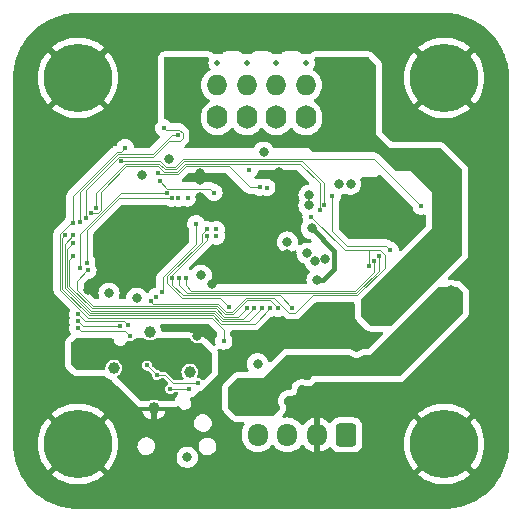
<source format=gbr>
%TF.GenerationSoftware,KiCad,Pcbnew,7.0.10*%
%TF.CreationDate,2024-01-29T19:46:04-05:00*%
%TF.ProjectId,lemon-pepper,6c656d6f-6e2d-4706-9570-7065722e6b69,rev?*%
%TF.SameCoordinates,PX8b85c60PY52f2218*%
%TF.FileFunction,Copper,L4,Bot*%
%TF.FilePolarity,Positive*%
%FSLAX46Y46*%
G04 Gerber Fmt 4.6, Leading zero omitted, Abs format (unit mm)*
G04 Created by KiCad (PCBNEW 7.0.10) date 2024-01-29 19:46:04*
%MOMM*%
%LPD*%
G01*
G04 APERTURE LIST*
G04 Aperture macros list*
%AMRoundRect*
0 Rectangle with rounded corners*
0 $1 Rounding radius*
0 $2 $3 $4 $5 $6 $7 $8 $9 X,Y pos of 4 corners*
0 Add a 4 corners polygon primitive as box body*
4,1,4,$2,$3,$4,$5,$6,$7,$8,$9,$2,$3,0*
0 Add four circle primitives for the rounded corners*
1,1,$1+$1,$2,$3*
1,1,$1+$1,$4,$5*
1,1,$1+$1,$6,$7*
1,1,$1+$1,$8,$9*
0 Add four rect primitives between the rounded corners*
20,1,$1+$1,$2,$3,$4,$5,0*
20,1,$1+$1,$4,$5,$6,$7,0*
20,1,$1+$1,$6,$7,$8,$9,0*
20,1,$1+$1,$8,$9,$2,$3,0*%
G04 Aperture macros list end*
%TA.AperFunction,ComponentPad*%
%ADD10C,5.800000*%
%TD*%
%TA.AperFunction,ComponentPad*%
%ADD11C,1.000000*%
%TD*%
%TA.AperFunction,HeatsinkPad*%
%ADD12C,0.500000*%
%TD*%
%TA.AperFunction,ComponentPad*%
%ADD13O,1.750000X1.750000*%
%TD*%
%TA.AperFunction,ComponentPad*%
%ADD14O,1.750000X2.000000*%
%TD*%
%TA.AperFunction,ComponentPad*%
%ADD15RoundRect,0.250000X0.600000X0.725000X-0.600000X0.725000X-0.600000X-0.725000X0.600000X-0.725000X0*%
%TD*%
%TA.AperFunction,ComponentPad*%
%ADD16O,1.700000X1.950000*%
%TD*%
%TA.AperFunction,ViaPad*%
%ADD17C,0.800000*%
%TD*%
%TA.AperFunction,ViaPad*%
%ADD18C,0.450000*%
%TD*%
%TA.AperFunction,Conductor*%
%ADD19C,0.100000*%
%TD*%
%TA.AperFunction,Conductor*%
%ADD20C,0.400000*%
%TD*%
G04 APERTURE END LIST*
D10*
%TO.P,H101,1,1*%
%TO.N,GND*%
X-15500000Y15500000D03*
X-15500000Y-15500000D03*
X15500000Y15500000D03*
X15500000Y-15500000D03*
%TD*%
D11*
%TO.P,J201,S1,SHIELD*%
%TO.N,GND*%
X-9426777Y-6032664D03*
X-12467336Y-9073223D03*
X-6032664Y-9426777D03*
X-9073223Y-12467336D03*
%TD*%
D12*
%TO.P,M101,1*%
%TO.N,/current sense/U_OUT*%
X-3700000Y16775000D03*
D13*
X-3700000Y14900000D03*
D14*
X-3700000Y12150000D03*
D12*
%TO.P,M101,2,-*%
%TO.N,/current sense/W_IN*%
X-1200000Y16775000D03*
D13*
X-1200000Y14900000D03*
D14*
X-1200000Y12150000D03*
D12*
%TO.P,M101,3*%
%TO.N,/half bridges/OUT1B*%
X1300000Y16775000D03*
D13*
X1300000Y14900000D03*
D14*
X1300000Y12150000D03*
D12*
%TO.P,M101,4*%
%TO.N,/current sense/V_OUT*%
X3800000Y16775000D03*
D13*
X3800000Y14900000D03*
D14*
X3800000Y12150000D03*
%TD*%
D15*
%TO.P,J101,1,Pin_1*%
%TO.N,Vmot*%
X7225000Y-14725000D03*
D16*
%TO.P,J101,2,Pin_2*%
%TO.N,GND*%
X4725000Y-14725000D03*
%TO.P,J101,3,Pin_3*%
%TO.N,/mcu/CANL*%
X2225000Y-14725000D03*
%TO.P,J101,4,Pin_4*%
%TO.N,/mcu/CANH*%
X-275000Y-14725000D03*
%TD*%
D17*
%TO.N,GND*%
X-5130000Y5450000D03*
%TO.N,+3V3*%
X-10100000Y7275000D03*
%TO.N,GND*%
X-5143750Y7475000D03*
X7675000Y2750000D03*
X-14630320Y-2499121D03*
X-5143750Y6825000D03*
X-2375000Y-14600000D03*
X-11650000Y1950000D03*
X-10375000Y675000D03*
X-9125000Y1975000D03*
X16675000Y-11200000D03*
X-10375000Y1950000D03*
X10585647Y5435647D03*
X11325000Y4725000D03*
X-10375000Y3150000D03*
X3475000Y-11825000D03*
X-1950000Y-1300000D03*
X3475000Y-10900000D03*
X8675000Y2725000D03*
X8070845Y-7288732D03*
X-4139000Y-1975000D03*
X1506250Y6850000D03*
X1475000Y-6125000D03*
X9910647Y6110647D03*
X-7550000Y-13000000D03*
X-250000Y-6800000D03*
X-1975000Y50000D03*
X-5395400Y-6375500D03*
X-2400000Y-16525000D03*
X7700000Y3775000D03*
X2223639Y600498D03*
X1506250Y7500000D03*
X2325000Y-11850000D03*
%TO.N,Vmot*%
X13575000Y-675000D03*
X3900000Y650000D03*
X-6275000Y16250000D03*
X4550000Y0D03*
X6305664Y12175000D03*
X6275000Y14250000D03*
X9950000Y-3975000D03*
X13575500Y-1567997D03*
X9025000Y-4375000D03*
X5450000Y175000D03*
X-6250000Y12175000D03*
X-6250000Y14225000D03*
X9850000Y-5000000D03*
X6250000Y16250000D03*
D18*
%TO.N,/mcu/USBD_P*%
X-5375000Y-10325000D03*
X-9650000Y-8850000D03*
X-8825000Y-9650000D03*
D17*
%TO.N,+3V3*%
X500000Y-12150000D03*
X-5075000Y-1225000D03*
X-6250000Y-16625000D03*
X-1700000Y-12150000D03*
X-625000Y-12150000D03*
X16075000Y-2500000D03*
X15625000Y-3350000D03*
X-12874972Y-2731439D03*
X2225000Y1600000D03*
X16550000Y-3375000D03*
X-2200000Y-11200000D03*
X220000Y9205000D03*
X-1125000Y-11200000D03*
X-7820000Y8645000D03*
X-300000Y-8700000D03*
X-10524127Y-3153111D03*
D18*
%TO.N,/mcu/RESET*%
X-15925000Y3250000D03*
X-11500000Y9605000D03*
X-3150000Y-6775000D03*
D17*
%TO.N,/current sense/W_IN*%
X4075000Y4700500D03*
X4075000Y5575000D03*
D18*
%TO.N,/current sense/U_SENSE*%
X-7060000Y10655000D03*
X-15325000Y3275000D03*
%TO.N,/current sense/V_SENSE*%
X-1000000Y7705000D03*
X-8906524Y-3034784D03*
D17*
%TO.N,/usb/USB_5V*%
X-9725000Y-11475000D03*
X-11550000Y-9800000D03*
X-6975000Y-8750000D03*
X-4725000Y-8900000D03*
X-8806854Y-7050000D03*
D18*
%TO.N,/mcu/USER_2*%
X-11950000Y-5525000D03*
X-15525241Y-5099495D03*
D17*
%TO.N,Net-(D603-K)*%
X4750000Y-1600000D03*
X4275000Y2750000D03*
D18*
%TO.N,Net-(D601-K)*%
X6025000Y5500000D03*
X10925000Y925000D03*
%TO.N,/usb/UCPD_CC2*%
X-7700000Y-10825000D03*
X-6075000Y-10850000D03*
%TO.N,/half bridges/ENA*%
X9150000Y-400000D03*
X4225000Y3750000D03*
X-9350000Y-3400000D03*
%TO.N,/encoder/SCK*%
X775000Y-4000000D03*
X-16600000Y2175000D03*
%TO.N,/encoder/CIPO*%
X-15900000Y1550000D03*
X-600000Y-4000000D03*
%TO.N,/encoder/COPI*%
X62132Y-4000000D03*
X-15925000Y2175000D03*
%TO.N,/encoder/CS*%
X1425000Y-4000000D03*
X-14650000Y-800000D03*
%TO.N,/encoder/CAL_EN*%
X-15900000Y400000D03*
X-1225000Y-3975000D03*
%TO.N,/mcu/USER_3*%
X-11250000Y-5450000D03*
X-15522442Y-4525000D03*
X-8350000Y-2625000D03*
X-5525000Y3150000D03*
%TO.N,/mcu/USER_1*%
X-11060733Y-6359180D03*
X-15524934Y-5673997D03*
%TO.N,/mcu/CAN_TX*%
X-3775000Y2675000D03*
X-7000021Y5305275D03*
%TO.N,/mcu/CAN_RX*%
X-6208321Y5326679D03*
X-3775000Y2100000D03*
%TO.N,/half bridges/IN2B*%
X4950000Y4350000D03*
X-14425000Y4075000D03*
%TO.N,/mcu/TIM4_CH1*%
X-7575000Y5300000D03*
X-14750000Y-150000D03*
%TO.N,/half bridges/IN1A*%
X-6375000Y-1425000D03*
X9550000Y25000D03*
%TO.N,/half bridges/IN2A*%
X9950000Y450000D03*
X-6950497Y-1450000D03*
%TO.N,/half bridges/IN1B*%
X-13975000Y4500000D03*
X5356234Y4756234D03*
%TO.N,/mcu/TIM4_CH2*%
X-15325000Y-575000D03*
X-7968766Y5718766D03*
D17*
%TO.N,/half bridges/OUT1B*%
X7575000Y6501000D03*
X6625000Y6500000D03*
D18*
%TO.N,/mcu/DIR*%
X2625000Y-3975000D03*
X-4600000Y2075000D03*
X-7525000Y-1450000D03*
%TO.N,/mcu/STEP*%
X-2700000Y-3900000D03*
X-4600497Y2675000D03*
%TO.N,/mcu/ADC1_IN12*%
X-14850000Y3675000D03*
X-8240000Y11265000D03*
%TO.N,/mcu/USER_BTN*%
X-11860000Y8425000D03*
X13550000Y4650000D03*
%TO.N,/current sense/GAIN_1*%
X-8765000Y7420000D03*
X-84208Y6245221D03*
%TO.N,/current sense/GAIN_0*%
X-3983000Y5788000D03*
X490000Y6215000D03*
X-8560000Y6755000D03*
%TD*%
D19*
%TO.N,/mcu/USER_BTN*%
X-11860000Y8425000D02*
X-8550000Y8425000D01*
X-8550000Y8425000D02*
X-8090000Y7965000D01*
X-6630000Y8635000D02*
X9565000Y8635000D01*
X-8090000Y7965000D02*
X-7300000Y7965000D01*
X-7300000Y7965000D02*
X-6630000Y8635000D01*
X9565000Y8635000D02*
X13550000Y4650000D01*
%TO.N,/half bridges/IN1B*%
X5356234Y4756234D02*
X5356234Y6575016D01*
X5356234Y6575016D02*
X3496250Y8435000D01*
X3496250Y8435000D02*
X-6547158Y8435000D01*
X-6547158Y8435000D02*
X-7217158Y7765000D01*
X-7217158Y7765000D02*
X-8172842Y7765000D01*
X-8172842Y7765000D02*
X-8632842Y8225000D01*
X-8632842Y8225000D02*
X-11494314Y8225000D01*
X-11494314Y8225000D02*
X-13975000Y5744314D01*
X-13975000Y5744314D02*
X-13975000Y4500000D01*
%TO.N,/half bridges/IN2B*%
X4950000Y6581250D02*
X3296250Y8235000D01*
X-7120000Y7565000D02*
X-8255684Y7565000D01*
X-13834314Y4075000D02*
X-14425000Y4075000D01*
X3296250Y8235000D02*
X-6450000Y8235000D01*
X-6450000Y8235000D02*
X-7120000Y7565000D01*
X4950000Y4350000D02*
X4950000Y6581250D01*
X-8255684Y7565000D02*
X-8715684Y8025000D01*
X-8715684Y8025000D02*
X-11411472Y8025000D01*
X-11411472Y8025000D02*
X-13575000Y5861472D01*
X-13575000Y5861472D02*
X-13575000Y4334314D01*
X-13575000Y4334314D02*
X-13834314Y4075000D01*
%TO.N,/current sense/GAIN_1*%
X-84208Y6245221D02*
X-962021Y6245221D01*
X-2751800Y8035000D02*
X-6367157Y8035000D01*
X-962021Y6245221D02*
X-2751800Y8035000D01*
X-8710000Y7365000D02*
X-8765000Y7420000D01*
X-6367157Y8035000D02*
X-7037157Y7365000D01*
X-7037157Y7365000D02*
X-8710000Y7365000D01*
%TO.N,/mcu/ADC1_IN12*%
X-8240000Y11265000D02*
X-8080000Y11105000D01*
X-8080000Y11105000D02*
X-6920000Y11105000D01*
X-9107158Y8825000D02*
X-12030000Y8825000D01*
X-6920000Y11105000D02*
X-6630000Y10815000D01*
X-6630000Y10385000D02*
X-6880000Y10135000D01*
X-6630000Y10815000D02*
X-6630000Y10385000D01*
X-12030000Y8825000D02*
X-14850000Y6005000D01*
X-6880000Y10135000D02*
X-7797158Y10135000D01*
X-7797158Y10135000D02*
X-9107158Y8825000D01*
X-14850000Y6005000D02*
X-14850000Y3675000D01*
%TO.N,/current sense/U_SENSE*%
X-7060000Y10655000D02*
X-7560000Y10655000D01*
X-7560000Y10655000D02*
X-9190000Y9025000D01*
X-9190000Y9025000D02*
X-12112842Y9025000D01*
X-12112842Y9025000D02*
X-15325000Y5812842D01*
X-15325000Y5812842D02*
X-15325000Y3275000D01*
%TO.N,/mcu/RESET*%
X-11500000Y9605000D02*
X-11880000Y9225000D01*
X-11880000Y9225000D02*
X-12195684Y9225000D01*
X-12195684Y9225000D02*
X-15925000Y5495684D01*
X-15925000Y5495684D02*
X-15925000Y3250000D01*
%TO.N,/current sense/GAIN_0*%
X-3983000Y5788000D02*
X-4326266Y6131266D01*
X-4326266Y6131266D02*
X-7936266Y6131266D01*
X-7936266Y6131266D02*
X-8560000Y6755000D01*
%TO.N,/mcu/USBD_P*%
X-9625000Y-8850000D02*
X-9650000Y-8850000D01*
X-8825000Y-9650000D02*
X-8150000Y-9650000D01*
X-8150000Y-9650000D02*
X-7475000Y-10325000D01*
X-8825000Y-9650000D02*
X-9625000Y-8850000D01*
X-7475000Y-10325000D02*
X-5375000Y-10325000D01*
%TO.N,/mcu/RESET*%
X-4171889Y-4803111D02*
X-3150000Y-5825000D01*
X-3150000Y-5825000D02*
X-3150000Y-6775000D01*
X-14659779Y-4803111D02*
X-4171889Y-4803111D01*
X-17025000Y-2437890D02*
X-14659779Y-4803111D01*
X-15925000Y3250000D02*
X-16090686Y3250000D01*
X-17025000Y2315686D02*
X-17025000Y-2437890D01*
X-16090686Y3250000D02*
X-17025000Y2315686D01*
%TO.N,/mcu/USER_2*%
X-15099736Y-5525000D02*
X-11950000Y-5525000D01*
X-15525241Y-5099495D02*
X-15099736Y-5525000D01*
D20*
%TO.N,Net-(D603-K)*%
X4750000Y-1600000D02*
X5250000Y-1600000D01*
X6175000Y850000D02*
X4275000Y2750000D01*
X5250000Y-1600000D02*
X6175000Y-675000D01*
X6175000Y-675000D02*
X6175000Y850000D01*
D19*
%TO.N,Net-(D601-K)*%
X10925000Y925000D02*
X10575000Y1275000D01*
X6025000Y2500000D02*
X6025000Y5500000D01*
X7250000Y1275000D02*
X6025000Y2500000D01*
X10575000Y1275000D02*
X7250000Y1275000D01*
%TO.N,/usb/UCPD_CC2*%
X-7700000Y-10825000D02*
X-6100000Y-10825000D01*
X-6100000Y-10825000D02*
X-6075000Y-10850000D01*
%TO.N,/half bridges/ENA*%
X9150000Y925000D02*
X7075000Y925000D01*
X-9146889Y-3603111D02*
X-9350000Y-3400000D01*
X9150000Y-400000D02*
X9150000Y925000D01*
X-1282842Y-3125000D02*
X-2482842Y-4325000D01*
X10075000Y925000D02*
X10475000Y525000D01*
X10475000Y-575000D02*
X8125000Y-2925000D01*
X-2952948Y-4325000D02*
X-3674837Y-3603111D01*
X8125000Y-2925000D02*
X4375000Y-2925000D01*
X9525000Y925000D02*
X10075000Y925000D01*
X4250000Y3750000D02*
X4225000Y3750000D01*
X10475000Y525000D02*
X10475000Y-575000D01*
X-3674837Y-3603111D02*
X-9146889Y-3603111D01*
X7075000Y925000D02*
X4250000Y3750000D01*
X1125000Y-3125000D02*
X-1282842Y-3125000D01*
X9525000Y925000D02*
X9150000Y925000D01*
X2400000Y-4400000D02*
X1125000Y-3125000D01*
X-2482842Y-4325000D02*
X-2952948Y-4325000D01*
X4375000Y-2925000D02*
X2900000Y-4400000D01*
X2900000Y-4400000D02*
X2400000Y-4400000D01*
%TO.N,/encoder/SCK*%
X-3367158Y-5325000D02*
X-550000Y-5325000D01*
X-16825000Y-2355048D02*
X-14576937Y-4603111D01*
X-14576937Y-4603111D02*
X-4089047Y-4603111D01*
X-550000Y-5325000D02*
X775000Y-4000000D01*
X-4089047Y-4603111D02*
X-3367158Y-5325000D01*
X-16600000Y2175000D02*
X-16825000Y1950000D01*
X-16825000Y1950000D02*
X-16825000Y-2355048D01*
%TO.N,/encoder/CIPO*%
X-3201474Y-4925000D02*
X-1525000Y-4925000D01*
X-1525000Y-4925000D02*
X-600000Y-4000000D01*
X-16425000Y1025000D02*
X-16425000Y-2189364D01*
X-14411253Y-4203111D02*
X-3923363Y-4203111D01*
X-16425000Y-2189364D02*
X-14411253Y-4203111D01*
X-3923363Y-4203111D02*
X-3201474Y-4925000D01*
X-15900000Y1550000D02*
X-16425000Y1025000D01*
%TO.N,/encoder/COPI*%
X-1062868Y-5125000D02*
X62132Y-4000000D01*
X-4006205Y-4403111D02*
X-3284316Y-5125000D01*
X-15925000Y2175000D02*
X-16625000Y1475000D01*
X-3284316Y-5125000D02*
X-1062868Y-5125000D01*
X-14494095Y-4403111D02*
X-4006205Y-4403111D01*
X-16625000Y-2272206D02*
X-14494095Y-4403111D01*
X-16625000Y1475000D02*
X-16625000Y-2272206D01*
%TO.N,/encoder/CS*%
X-14245569Y-3803111D02*
X-3757679Y-3803111D01*
X-1200000Y-3325000D02*
X750000Y-3325000D01*
X-15575000Y-2473680D02*
X-14245569Y-3803111D01*
X-14700000Y-800000D02*
X-15575000Y-1675000D01*
X-3757679Y-3803111D02*
X-3035790Y-4525000D01*
X750000Y-3325000D02*
X1425000Y-4000000D01*
X-3035790Y-4525000D02*
X-2400000Y-4525000D01*
X-2400000Y-4525000D02*
X-1200000Y-3325000D01*
X-15575000Y-1675000D02*
X-15575000Y-2473680D01*
X-14650000Y-800000D02*
X-14700000Y-800000D01*
%TO.N,/encoder/CAL_EN*%
X-15900000Y400000D02*
X-16225000Y75000D01*
X-14328411Y-4003111D02*
X-3840521Y-4003111D01*
X-16225000Y75000D02*
X-16225000Y-2106522D01*
X-1975000Y-4725000D02*
X-1225000Y-3975000D01*
X-16225000Y-2106522D02*
X-14328411Y-4003111D01*
X-3840521Y-4003111D02*
X-3118632Y-4725000D01*
X-3118632Y-4725000D02*
X-1975000Y-4725000D01*
%TO.N,/mcu/USER_3*%
X-8325000Y-1400000D02*
X-8325000Y-2600000D01*
X-14922442Y-5125000D02*
X-15522442Y-4525000D01*
X-5525000Y3150000D02*
X-5525000Y1400000D01*
X-5525000Y1400000D02*
X-8325000Y-1400000D01*
X-11250000Y-5450000D02*
X-11575000Y-5125000D01*
X-8325000Y-2600000D02*
X-8350000Y-2625000D01*
X-11575000Y-5125000D02*
X-14922442Y-5125000D01*
%TO.N,/mcu/USER_1*%
X-11060733Y-6359180D02*
X-11494913Y-5925000D01*
X-15273931Y-5925000D02*
X-15524934Y-5673997D01*
X-11494913Y-5925000D02*
X-15273931Y-5925000D01*
%TO.N,/mcu/TIM4_CH1*%
X-14750000Y2592158D02*
X-12042158Y5300000D01*
X-14750000Y-150000D02*
X-14750000Y2592158D01*
X-12042158Y5300000D02*
X-7575000Y5300000D01*
%TO.N,/half bridges/IN1A*%
X-6375000Y-2050000D02*
X-6375000Y-1425000D01*
X9550000Y25000D02*
X9550000Y-934316D01*
X-5900000Y-2525000D02*
X-6375000Y-2050000D01*
X7959316Y-2525000D02*
X-5900000Y-2525000D01*
X9550000Y-934316D02*
X7959316Y-2525000D01*
%TO.N,/half bridges/IN2A*%
X9950000Y-817158D02*
X8042158Y-2725000D01*
X8042158Y-2725000D02*
X-6250002Y-2725000D01*
X9950000Y450000D02*
X9950000Y-817158D01*
X-6250002Y-2725000D02*
X-6950497Y-2024505D01*
X-6950497Y-2024505D02*
X-6950497Y-1450000D01*
%TO.N,/mcu/TIM4_CH2*%
X-7975000Y5725000D02*
X-7968766Y5718766D01*
X-15325000Y-575000D02*
X-15325000Y2300000D01*
X-15325000Y2300000D02*
X-11900000Y5725000D01*
X-11900000Y5725000D02*
X-7975000Y5725000D01*
%TO.N,/mcu/DIR*%
X-7525000Y-1165684D02*
X-7525000Y-1450000D01*
X1575000Y-2925000D02*
X-6625000Y-2925000D01*
X-4600000Y1759316D02*
X-7525000Y-1165684D01*
X2625000Y-3975000D02*
X1575000Y-2925000D01*
X-6625000Y-2925000D02*
X-7525000Y-2025000D01*
X-7525000Y-2025000D02*
X-7525000Y-1450000D01*
X-4600000Y2075000D02*
X-4600000Y1759316D01*
%TO.N,/mcu/STEP*%
X-5000000Y2275497D02*
X-5000000Y1642158D01*
X-6707842Y-3125000D02*
X-3475000Y-3125000D01*
X-7950000Y-1882842D02*
X-6707842Y-3125000D01*
X-7950000Y-1307842D02*
X-7950000Y-1882842D01*
X-4600497Y2675000D02*
X-5000000Y2275497D01*
X-5000000Y1642158D02*
X-7950000Y-1307842D01*
X-3475000Y-3125000D02*
X-2700000Y-3900000D01*
%TD*%
%TA.AperFunction,Conductor*%
%TO.N,GND*%
G36*
X-4387132Y-5373573D02*
G01*
X-4356273Y-5397252D01*
X-3744141Y-6009383D01*
X-3705577Y-6076178D01*
X-3700500Y-6114742D01*
X-3700500Y-6244549D01*
X-3720462Y-6319049D01*
X-3723338Y-6323822D01*
X-3807788Y-6458222D01*
X-3861787Y-6612541D01*
X-3880091Y-6774999D01*
X-3880091Y-6775000D01*
X-3861786Y-6937462D01*
X-3842785Y-6991765D01*
X-3837022Y-7068677D01*
X-3870487Y-7138167D01*
X-3934214Y-7181614D01*
X-4011126Y-7187377D01*
X-4080616Y-7153912D01*
X-4088770Y-7146346D01*
X-4646411Y-6588705D01*
X-4652805Y-6582423D01*
X-4652874Y-6582356D01*
X-4655952Y-6579385D01*
X-4662577Y-6573103D01*
X-4662580Y-6573101D01*
X-4780766Y-6491043D01*
X-4780769Y-6491041D01*
X-4826690Y-6468055D01*
X-4843245Y-6459768D01*
X-4979758Y-6414331D01*
X-4979760Y-6414330D01*
X-4979763Y-6414330D01*
X-5123543Y-6409194D01*
X-5123544Y-6409194D01*
X-5123547Y-6409194D01*
X-5191822Y-6416533D01*
X-5192893Y-6416639D01*
X-5193030Y-6416663D01*
X-5336020Y-6453161D01*
X-5413142Y-6452244D01*
X-5479474Y-6412889D01*
X-5498211Y-6389353D01*
X-5561126Y-6291457D01*
X-5606881Y-6238653D01*
X-5619562Y-6227664D01*
X-5715617Y-6144431D01*
X-5846490Y-6084663D01*
X-5846492Y-6084662D01*
X-5846497Y-6084660D01*
X-5846504Y-6084658D01*
X-5913528Y-6064977D01*
X-5913541Y-6064974D01*
X-5913545Y-6064973D01*
X-6055937Y-6044501D01*
X-6055949Y-6044500D01*
X-6055951Y-6044500D01*
X-8285727Y-6044500D01*
X-8360227Y-6024538D01*
X-8414765Y-5970000D01*
X-8434010Y-5910104D01*
X-8441247Y-5836627D01*
X-8498428Y-5648129D01*
X-8498428Y-5648127D01*
X-8538665Y-5572848D01*
X-8556178Y-5497735D01*
X-8533789Y-5423928D01*
X-8477495Y-5371204D01*
X-8407258Y-5353611D01*
X-4461632Y-5353611D01*
X-4387132Y-5373573D01*
G37*
%TD.AperFunction*%
%TA.AperFunction,Conductor*%
G36*
X3081007Y7664538D02*
G01*
X3111866Y7640859D01*
X4031137Y6721588D01*
X4069701Y6654793D01*
X4069701Y6577665D01*
X4031137Y6510870D01*
X3964342Y6472306D01*
X3956758Y6470485D01*
X3840569Y6445788D01*
X3795197Y6436144D01*
X3795196Y6436144D01*
X3795193Y6436143D01*
X3622272Y6359153D01*
X3469127Y6247887D01*
X3342469Y6107221D01*
X3247822Y5943286D01*
X3247819Y5943279D01*
X3189325Y5763255D01*
X3169540Y5575000D01*
X3189325Y5386746D01*
X3206855Y5332796D01*
X3247821Y5206716D01*
X3247823Y5206711D01*
X3250998Y5199582D01*
X3248345Y5198401D01*
X3264588Y5137699D01*
X3248349Y5077098D01*
X3250998Y5075918D01*
X3247819Y5068779D01*
X3189325Y4888755D01*
X3169540Y4700500D01*
X3189325Y4512246D01*
X3189326Y4512244D01*
X3247821Y4332216D01*
X3247822Y4332215D01*
X3342469Y4168280D01*
X3474354Y4021809D01*
X3472090Y4019771D01*
X3506002Y3967538D01*
X3512353Y3904828D01*
X3501603Y3809413D01*
X3494909Y3750000D01*
X3513214Y3587539D01*
X3536817Y3520085D01*
X3569185Y3427583D01*
X3574948Y3350671D01*
X3545550Y3289626D01*
X3547056Y3288532D01*
X3542466Y3282216D01*
X3447822Y3118286D01*
X3447819Y3118279D01*
X3389325Y2938255D01*
X3369540Y2750000D01*
X3389325Y2561746D01*
X3435756Y2418847D01*
X3447821Y2381716D01*
X3474034Y2336314D01*
X3542469Y2217780D01*
X3648520Y2100000D01*
X3669129Y2077112D01*
X3822270Y1965849D01*
X3995197Y1888856D01*
X4142884Y1857465D01*
X4211604Y1822450D01*
X4217263Y1817080D01*
X4260207Y1774136D01*
X4298771Y1707341D01*
X4298771Y1630213D01*
X4260207Y1563418D01*
X4193412Y1524854D01*
X4123869Y1523033D01*
X3994648Y1550500D01*
X3994646Y1550500D01*
X3805354Y1550500D01*
X3805352Y1550500D01*
X3705392Y1529253D01*
X3620197Y1511144D01*
X3620195Y1511144D01*
X3620194Y1511143D01*
X3447270Y1434152D01*
X3356139Y1367942D01*
X3284133Y1340302D01*
X3207955Y1352368D01*
X3148016Y1400907D01*
X3120376Y1472913D01*
X3120376Y1504055D01*
X3130460Y1600000D01*
X3110674Y1788256D01*
X3052179Y1968284D01*
X2957533Y2132216D01*
X2957532Y2132217D01*
X2957530Y2132221D01*
X2830872Y2272887D01*
X2705282Y2364133D01*
X2677730Y2384151D01*
X2677729Y2384152D01*
X2677727Y2384153D01*
X2504805Y2461143D01*
X2504803Y2461144D01*
X2395932Y2484285D01*
X2319648Y2500500D01*
X2319646Y2500500D01*
X2130354Y2500500D01*
X2130352Y2500500D01*
X2044503Y2482252D01*
X1945197Y2461144D01*
X1945195Y2461144D01*
X1945194Y2461143D01*
X1772272Y2384153D01*
X1619127Y2272887D01*
X1492469Y2132221D01*
X1397822Y1968286D01*
X1397819Y1968279D01*
X1339325Y1788255D01*
X1319540Y1600000D01*
X1339325Y1411746D01*
X1362539Y1340302D01*
X1397821Y1231716D01*
X1397822Y1231715D01*
X1492469Y1067780D01*
X1619127Y927114D01*
X1619129Y927112D01*
X1772270Y815849D01*
X1945197Y738856D01*
X2086315Y708861D01*
X2130352Y699500D01*
X2130354Y699500D01*
X2319648Y699500D01*
X2359004Y707866D01*
X2504803Y738856D01*
X2677730Y815849D01*
X2768859Y882059D01*
X2840864Y909699D01*
X2917042Y897633D01*
X2976982Y849095D01*
X3004623Y777090D01*
X3004623Y745942D01*
X2994540Y650001D01*
X3014325Y461746D01*
X3058591Y325512D01*
X3072821Y281716D01*
X3099200Y236027D01*
X3167469Y117780D01*
X3262302Y12459D01*
X3294129Y-22888D01*
X3447270Y-134151D01*
X3619881Y-211003D01*
X3679821Y-259541D01*
X3700983Y-301076D01*
X3722821Y-368284D01*
X3722822Y-368285D01*
X3817469Y-532220D01*
X3912302Y-637541D01*
X3944129Y-672888D01*
X4021405Y-729032D01*
X4069536Y-764001D01*
X4118074Y-823941D01*
X4130140Y-900120D01*
X4102500Y-972125D01*
X4092685Y-984245D01*
X4017469Y-1067780D01*
X3922822Y-1231714D01*
X3922819Y-1231721D01*
X3864325Y-1411745D01*
X3844540Y-1600000D01*
X3864325Y-1788250D01*
X3865657Y-1794515D01*
X3861623Y-1871538D01*
X3819619Y-1936224D01*
X3750899Y-1971243D01*
X3719914Y-1974500D01*
X-4209841Y-1974500D01*
X-4284341Y-1954538D01*
X-4338879Y-1900000D01*
X-4358841Y-1825500D01*
X-4338880Y-1751002D01*
X-4247821Y-1593284D01*
X-4189326Y-1413256D01*
X-4169540Y-1225000D01*
X-4189326Y-1036744D01*
X-4247821Y-856716D01*
X-4342467Y-692784D01*
X-4342468Y-692783D01*
X-4342470Y-692779D01*
X-4469128Y-552113D01*
X-4563945Y-483225D01*
X-4622270Y-440849D01*
X-4622271Y-440848D01*
X-4622273Y-440847D01*
X-4770719Y-374754D01*
X-4795197Y-363856D01*
X-4901640Y-341231D01*
X-4980352Y-324500D01*
X-4980354Y-324500D01*
X-5169646Y-324500D01*
X-5169648Y-324500D01*
X-5269608Y-345747D01*
X-5354803Y-363856D01*
X-5354805Y-363856D01*
X-5354806Y-363857D01*
X-5527728Y-440847D01*
X-5680873Y-552113D01*
X-5807532Y-692781D01*
X-5828462Y-729032D01*
X-5883001Y-783568D01*
X-5957501Y-803529D01*
X-6032001Y-783565D01*
X-6036770Y-780691D01*
X-6058218Y-767214D01*
X-6064611Y-764136D01*
X-6123073Y-713827D01*
X-6148548Y-641028D01*
X-6134211Y-565244D01*
X-6105327Y-524534D01*
X-4219151Y1361642D01*
X-4215552Y1365120D01*
X-4187623Y1391203D01*
X-4119554Y1427462D01*
X-4042470Y1424828D01*
X-4036747Y1422956D01*
X-3937461Y1388214D01*
X-3866379Y1380205D01*
X-3775001Y1369909D01*
X-3775000Y1369909D01*
X-3774999Y1369909D01*
X-3734385Y1374486D01*
X-3612539Y1388214D01*
X-3458225Y1442211D01*
X-3319796Y1529192D01*
X-3204192Y1644796D01*
X-3117211Y1783225D01*
X-3063214Y1937539D01*
X-3044909Y2100000D01*
X-3063214Y2262461D01*
X-3089749Y2338291D01*
X-3095513Y2415199D01*
X-3089752Y2436701D01*
X-3063214Y2512539D01*
X-3044909Y2675000D01*
X-3063214Y2837461D01*
X-3117211Y2991775D01*
X-3204192Y3130204D01*
X-3319796Y3245808D01*
X-3458225Y3332789D01*
X-3612539Y3386786D01*
X-3612540Y3386787D01*
X-3612542Y3386787D01*
X-3774999Y3405091D01*
X-3775001Y3405091D01*
X-3937459Y3386787D01*
X-4091777Y3332789D01*
X-4108481Y3322293D01*
X-4182184Y3299562D01*
X-4257377Y3316728D01*
X-4267021Y3322296D01*
X-4283718Y3332788D01*
X-4438039Y3386787D01*
X-4600496Y3405091D01*
X-4600499Y3405091D01*
X-4720347Y3391588D01*
X-4796614Y3403084D01*
X-4856914Y3451172D01*
X-4863191Y3460378D01*
X-4954192Y3605204D01*
X-5069795Y3720807D01*
X-5069796Y3720808D01*
X-5208225Y3807789D01*
X-5362539Y3861786D01*
X-5362540Y3861787D01*
X-5362542Y3861787D01*
X-5524999Y3880091D01*
X-5525001Y3880091D01*
X-5687459Y3861787D01*
X-5764618Y3834788D01*
X-5841775Y3807789D01*
X-5980204Y3720808D01*
X-6095808Y3605204D01*
X-6182789Y3466775D01*
X-6209098Y3391588D01*
X-6236787Y3312459D01*
X-6255091Y3150001D01*
X-6255091Y3150000D01*
X-6236787Y2987542D01*
X-6236787Y2987540D01*
X-6236786Y2987539D01*
X-6182789Y2833225D01*
X-6182788Y2833224D01*
X-6098338Y2698823D01*
X-6075604Y2625122D01*
X-6075500Y2619550D01*
X-6075500Y1689744D01*
X-6095462Y1615244D01*
X-6119141Y1584385D01*
X-8705825Y-1002298D01*
X-8709481Y-1005831D01*
X-8756043Y-1049318D01*
X-8776723Y-1083324D01*
X-8785303Y-1095930D01*
X-8809361Y-1127656D01*
X-8809362Y-1127657D01*
X-8815163Y-1142368D01*
X-8826457Y-1165108D01*
X-8834674Y-1178621D01*
X-8834675Y-1178623D01*
X-8845414Y-1216949D01*
X-8850274Y-1231401D01*
X-8864875Y-1268428D01*
X-8864877Y-1268437D01*
X-8866494Y-1284163D01*
X-8871234Y-1309105D01*
X-8875500Y-1324334D01*
X-8875500Y-1364135D01*
X-8876281Y-1379372D01*
X-8880352Y-1418972D01*
X-8877667Y-1434544D01*
X-8875500Y-1459862D01*
X-8875500Y-2062770D01*
X-8895462Y-2137270D01*
X-8919141Y-2168129D01*
X-8920807Y-2169795D01*
X-8920813Y-2169802D01*
X-8975545Y-2256907D01*
X-9032084Y-2309368D01*
X-9061120Y-2320142D01*
X-9061087Y-2320235D01*
X-9066016Y-2321959D01*
X-9068539Y-2322896D01*
X-9068979Y-2322996D01*
X-9068985Y-2322997D01*
X-9068985Y-2322998D01*
X-9223299Y-2376995D01*
X-9223301Y-2376995D01*
X-9223301Y-2376996D01*
X-9361728Y-2463976D01*
X-9477331Y-2579579D01*
X-9477335Y-2579582D01*
X-9521981Y-2650636D01*
X-9578521Y-2703096D01*
X-9653715Y-2720258D01*
X-9727416Y-2697523D01*
X-9777181Y-2645860D01*
X-9779562Y-2641736D01*
X-9791594Y-2620895D01*
X-9918256Y-2480223D01*
X-10071397Y-2368960D01*
X-10071398Y-2368959D01*
X-10071400Y-2368958D01*
X-10244322Y-2291968D01*
X-10244324Y-2291967D01*
X-10350767Y-2269342D01*
X-10429479Y-2252611D01*
X-10429481Y-2252611D01*
X-10618773Y-2252611D01*
X-10618775Y-2252611D01*
X-10718735Y-2273858D01*
X-10803930Y-2291967D01*
X-10803932Y-2291967D01*
X-10803933Y-2291968D01*
X-10976855Y-2368958D01*
X-11130000Y-2480224D01*
X-11256658Y-2620890D01*
X-11351305Y-2784825D01*
X-11351308Y-2784832D01*
X-11409802Y-2964856D01*
X-11426021Y-3119185D01*
X-11453661Y-3191190D01*
X-11513600Y-3239729D01*
X-11574205Y-3252611D01*
X-11892389Y-3252611D01*
X-11966889Y-3232649D01*
X-12021427Y-3178111D01*
X-12041389Y-3103611D01*
X-12034096Y-3057567D01*
X-11989298Y-2919695D01*
X-11969512Y-2731439D01*
X-11989298Y-2543183D01*
X-12047793Y-2363155D01*
X-12142439Y-2199223D01*
X-12142440Y-2199222D01*
X-12142442Y-2199218D01*
X-12269100Y-2058552D01*
X-12393344Y-1968284D01*
X-12422242Y-1947288D01*
X-12422243Y-1947287D01*
X-12422245Y-1947286D01*
X-12595167Y-1870296D01*
X-12595169Y-1870295D01*
X-12701612Y-1847670D01*
X-12780324Y-1830939D01*
X-12780326Y-1830939D01*
X-12969618Y-1830939D01*
X-12969620Y-1830939D01*
X-13069580Y-1852186D01*
X-13154775Y-1870295D01*
X-13154777Y-1870295D01*
X-13154778Y-1870296D01*
X-13327700Y-1947286D01*
X-13480845Y-2058552D01*
X-13607503Y-2199218D01*
X-13702150Y-2363153D01*
X-13702153Y-2363160D01*
X-13760647Y-2543184D01*
X-13780432Y-2731439D01*
X-13760647Y-2919693D01*
X-13760646Y-2919695D01*
X-13717459Y-3052611D01*
X-13715848Y-3057567D01*
X-13711811Y-3134589D01*
X-13746826Y-3203311D01*
X-13811511Y-3245318D01*
X-13857555Y-3252611D01*
X-13955827Y-3252611D01*
X-14030327Y-3232649D01*
X-14061186Y-3208970D01*
X-14980859Y-2289296D01*
X-15019423Y-2222501D01*
X-15024500Y-2183937D01*
X-15024500Y-1964742D01*
X-15004538Y-1890242D01*
X-14980862Y-1859386D01*
X-14688631Y-1567154D01*
X-14621838Y-1528592D01*
X-14599961Y-1524452D01*
X-14487539Y-1511786D01*
X-14333225Y-1457789D01*
X-14194796Y-1370808D01*
X-14079192Y-1255204D01*
X-13992211Y-1116775D01*
X-13938214Y-962461D01*
X-13919909Y-800000D01*
X-13921608Y-784925D01*
X-13929618Y-713827D01*
X-13938214Y-637539D01*
X-13992211Y-483225D01*
X-13992213Y-483222D01*
X-13992213Y-483221D01*
X-14021963Y-435875D01*
X-14044698Y-362173D01*
X-14038483Y-320983D01*
X-14040076Y-320620D01*
X-14038215Y-312463D01*
X-14038214Y-312461D01*
X-14019909Y-150000D01*
X-14038214Y12461D01*
X-14092211Y166775D01*
X-14176662Y301178D01*
X-14199396Y374880D01*
X-14199500Y380451D01*
X-14199500Y2302415D01*
X-14179538Y2376915D01*
X-14155859Y2407774D01*
X-11857774Y4705859D01*
X-11790979Y4744423D01*
X-11752415Y4749500D01*
X-8105450Y4749500D01*
X-8030950Y4729538D01*
X-8026191Y4726670D01*
X-7891775Y4642211D01*
X-7737461Y4588214D01*
X-7629154Y4576011D01*
X-7575001Y4569909D01*
X-7575000Y4569909D01*
X-7574999Y4569909D01*
X-7520847Y4576011D01*
X-7412539Y4588214D01*
X-7329183Y4617383D01*
X-7252276Y4623147D01*
X-7230768Y4617384D01*
X-7162482Y4593489D01*
X-7018327Y4577247D01*
X-7000022Y4575184D01*
X-7000021Y4575184D01*
X-7000020Y4575184D01*
X-6959406Y4579761D01*
X-6837560Y4593489D01*
X-6683246Y4647486D01*
X-6665073Y4658906D01*
X-6591373Y4681641D01*
X-6533709Y4669612D01*
X-6532994Y4671654D01*
X-6525098Y4668891D01*
X-6525096Y4668890D01*
X-6370782Y4614893D01*
X-6262475Y4602690D01*
X-6208322Y4596588D01*
X-6208321Y4596588D01*
X-6208320Y4596588D01*
X-6167706Y4601165D01*
X-6045860Y4614893D01*
X-5891546Y4668890D01*
X-5753117Y4755871D01*
X-5637513Y4871475D01*
X-5550532Y5009904D01*
X-5496535Y5164218D01*
X-5478230Y5326679D01*
X-5488191Y5415084D01*
X-5476696Y5491349D01*
X-5428608Y5551651D01*
X-5356811Y5579829D01*
X-5340128Y5580766D01*
X-4784840Y5580766D01*
X-4710340Y5560804D01*
X-4655802Y5506266D01*
X-4644201Y5480975D01*
X-4640789Y5471225D01*
X-4553808Y5332796D01*
X-4438204Y5217192D01*
X-4299775Y5130211D01*
X-4145461Y5076214D01*
X-4037154Y5064011D01*
X-3983001Y5057909D01*
X-3983000Y5057909D01*
X-3982999Y5057909D01*
X-3942385Y5062486D01*
X-3820539Y5076214D01*
X-3666225Y5130211D01*
X-3527796Y5217192D01*
X-3412192Y5332796D01*
X-3325211Y5471225D01*
X-3271214Y5625539D01*
X-3252909Y5788000D01*
X-3271214Y5950461D01*
X-3325211Y6104775D01*
X-3412192Y6243204D01*
X-3527796Y6358808D01*
X-3666225Y6445789D01*
X-3820539Y6499786D01*
X-3820540Y6499787D01*
X-3820542Y6499787D01*
X-3873896Y6505798D01*
X-3945693Y6533976D01*
X-3966106Y6552159D01*
X-3975586Y6562310D01*
X-3975589Y6562312D01*
X-3975591Y6562314D01*
X-4009594Y6582992D01*
X-4022205Y6591574D01*
X-4053924Y6615627D01*
X-4053925Y6615628D01*
X-4053927Y6615629D01*
X-4068634Y6621429D01*
X-4091382Y6632728D01*
X-4104883Y6640938D01*
X-4104888Y6640940D01*
X-4143219Y6651680D01*
X-4157677Y6656542D01*
X-4194704Y6671143D01*
X-4194703Y6671143D01*
X-4210423Y6672759D01*
X-4235378Y6677501D01*
X-4250600Y6681766D01*
X-4250601Y6681766D01*
X-4290401Y6681766D01*
X-4305638Y6682547D01*
X-4319121Y6683933D01*
X-4345238Y6686618D01*
X-4345239Y6686618D01*
X-4345240Y6686618D01*
X-4356912Y6684606D01*
X-4360812Y6683933D01*
X-4386128Y6681766D01*
X-6582149Y6681766D01*
X-6656649Y6701728D01*
X-6711187Y6756266D01*
X-6731149Y6830766D01*
X-6711187Y6905266D01*
X-6687517Y6936116D01*
X-6673241Y6950393D01*
X-6661943Y6960590D01*
X-6631049Y6985722D01*
X-6621936Y6998635D01*
X-6605573Y7018061D01*
X-6182774Y7440859D01*
X-6115979Y7479423D01*
X-6077415Y7484500D01*
X-3041543Y7484500D01*
X-2967043Y7464538D01*
X-2936184Y7440859D01*
X-1359725Y5864400D01*
X-1356190Y5860742D01*
X-1312701Y5814177D01*
X-1312700Y5814176D01*
X-1278691Y5793494D01*
X-1266080Y5784911D01*
X-1234366Y5760862D01*
X-1234362Y5760859D01*
X-1219659Y5755061D01*
X-1196908Y5743762D01*
X-1183403Y5735549D01*
X-1145070Y5724809D01*
X-1130623Y5719951D01*
X-1093585Y5705345D01*
X-1077867Y5703729D01*
X-1052905Y5698985D01*
X-1045432Y5696892D01*
X-1037686Y5694721D01*
X-997886Y5694721D01*
X-982649Y5693940D01*
X-980930Y5693764D01*
X-943049Y5689869D01*
X-927476Y5692555D01*
X-902159Y5694721D01*
X-614658Y5694721D01*
X-540158Y5674759D01*
X-535399Y5671891D01*
X-400983Y5587432D01*
X-246669Y5533435D01*
X-138362Y5521232D01*
X-84209Y5515130D01*
X-84208Y5515130D01*
X-84207Y5515130D01*
X-30055Y5521232D01*
X78253Y5533435D01*
X110500Y5544720D01*
X187411Y5550484D01*
X208915Y5544723D01*
X327539Y5503214D01*
X432844Y5491349D01*
X489999Y5484909D01*
X490000Y5484909D01*
X490001Y5484909D01*
X547156Y5491349D01*
X652461Y5503214D01*
X806775Y5557211D01*
X945204Y5644192D01*
X1060808Y5759796D01*
X1147789Y5898225D01*
X1201786Y6052539D01*
X1220091Y6215000D01*
X1201786Y6377461D01*
X1147789Y6531775D01*
X1060808Y6670204D01*
X945204Y6785808D01*
X806775Y6872789D01*
X652461Y6926786D01*
X652460Y6926787D01*
X652458Y6926787D01*
X490001Y6945091D01*
X489999Y6945091D01*
X327534Y6926786D01*
X327531Y6926785D01*
X295286Y6915502D01*
X218374Y6909739D01*
X196873Y6915500D01*
X78253Y6957007D01*
X78252Y6957008D01*
X78250Y6957008D01*
X-84207Y6975312D01*
X-84209Y6975312D01*
X-246669Y6957007D01*
X-361646Y6916775D01*
X-438558Y6911012D01*
X-508048Y6944477D01*
X-551496Y7008203D01*
X-557259Y7085115D01*
X-523794Y7154605D01*
X-516215Y7162773D01*
X-429197Y7249791D01*
X-429192Y7249796D01*
X-342211Y7388225D01*
X-288214Y7542539D01*
X-287128Y7552184D01*
X-258952Y7623976D01*
X-198653Y7672066D01*
X-139065Y7684500D01*
X3006507Y7684500D01*
X3081007Y7664538D01*
G37*
%TD.AperFunction*%
%TA.AperFunction,Conductor*%
G36*
X10146646Y7273336D02*
G01*
X10159908Y7261567D01*
X12789192Y4632284D01*
X12827756Y4565489D01*
X12831896Y4543609D01*
X12838213Y4487542D01*
X12838213Y4487540D01*
X12838214Y4487539D01*
X12892211Y4333225D01*
X12979192Y4194796D01*
X13094796Y4079192D01*
X13233225Y3992211D01*
X13387539Y3938214D01*
X13495846Y3926011D01*
X13549999Y3919909D01*
X13550000Y3919909D01*
X13550001Y3919909D01*
X13604153Y3926011D01*
X13712461Y3938214D01*
X13746289Y3950052D01*
X13823198Y3955816D01*
X13892689Y3922352D01*
X13936138Y3858627D01*
X13944500Y3809413D01*
X13944500Y3021103D01*
X13924538Y2946603D01*
X13900859Y2915744D01*
X11899695Y914581D01*
X11832900Y876017D01*
X11755772Y876017D01*
X11688977Y914581D01*
X11650413Y981376D01*
X11646273Y1003258D01*
X11639003Y1067780D01*
X11636786Y1087461D01*
X11582789Y1241775D01*
X11495808Y1380204D01*
X11380204Y1495808D01*
X11241775Y1582789D01*
X11087461Y1636786D01*
X11087460Y1636787D01*
X11087458Y1636787D01*
X11033607Y1642854D01*
X10961810Y1671032D01*
X10941395Y1689217D01*
X10925678Y1706046D01*
X10925675Y1706048D01*
X10891672Y1726726D01*
X10879061Y1735308D01*
X10847339Y1759363D01*
X10832632Y1765163D01*
X10809884Y1776462D01*
X10796383Y1784672D01*
X10796378Y1784674D01*
X10758047Y1795414D01*
X10743589Y1800276D01*
X10706562Y1814877D01*
X10706563Y1814877D01*
X10690843Y1816493D01*
X10665888Y1821235D01*
X10650666Y1825500D01*
X10650665Y1825500D01*
X10610865Y1825500D01*
X10595628Y1826281D01*
X10582145Y1827667D01*
X10556028Y1830352D01*
X10556027Y1830352D01*
X10556026Y1830352D01*
X10544354Y1828340D01*
X10540454Y1827667D01*
X10515138Y1825500D01*
X7539743Y1825500D01*
X7465243Y1845462D01*
X7434384Y1869141D01*
X6619141Y2684384D01*
X6580577Y2751179D01*
X6575500Y2789743D01*
X6575500Y4969550D01*
X6595462Y5044050D01*
X6598338Y5048823D01*
X6604047Y5057909D01*
X6682789Y5183225D01*
X6736786Y5337539D01*
X6755091Y5500000D01*
X6755090Y5500001D01*
X6755421Y5502930D01*
X6783599Y5574726D01*
X6843900Y5622815D01*
X6872507Y5631991D01*
X6897433Y5637290D01*
X6904803Y5638856D01*
X7040522Y5699283D01*
X7116695Y5711348D01*
X7161723Y5699283D01*
X7295197Y5639856D01*
X7415438Y5614299D01*
X7480352Y5600500D01*
X7480354Y5600500D01*
X7669648Y5600500D01*
X7721496Y5611521D01*
X7854803Y5639856D01*
X8027730Y5716849D01*
X8180871Y5828112D01*
X8284573Y5943284D01*
X8307530Y5968780D01*
X8307531Y5968782D01*
X8307533Y5968784D01*
X8402179Y6132716D01*
X8460674Y6312744D01*
X8480460Y6501000D01*
X8460674Y6689256D01*
X8402179Y6869284D01*
X8402177Y6869286D01*
X8400498Y6874456D01*
X8396461Y6951478D01*
X8431476Y7020200D01*
X8496161Y7062207D01*
X8542205Y7069500D01*
X9486745Y7069500D01*
X9486757Y7069500D01*
X9552737Y7073825D01*
X9591301Y7078902D01*
X9644497Y7088826D01*
X9778070Y7142301D01*
X9844865Y7180865D01*
X9940951Y7252794D01*
X9940957Y7252803D01*
X9947939Y7259618D01*
X9949878Y7257632D01*
X9999162Y7294531D01*
X10075744Y7303693D01*
X10146646Y7273336D01*
G37*
%TD.AperFunction*%
%TA.AperFunction,Conductor*%
G36*
X15503070Y20999374D02*
G01*
X15717453Y20990506D01*
X15717453Y20990500D01*
X15717738Y20990495D01*
X15717776Y20990493D01*
X15954898Y20980139D01*
X15966781Y20979141D01*
X16192972Y20950947D01*
X16193553Y20950872D01*
X16418634Y20921240D01*
X16429710Y20919353D01*
X16654617Y20872195D01*
X16656162Y20871861D01*
X16875654Y20823201D01*
X16885888Y20820547D01*
X17106975Y20754727D01*
X17109003Y20754105D01*
X17322706Y20686725D01*
X17332003Y20683449D01*
X17547322Y20599431D01*
X17549955Y20598372D01*
X17756481Y20512826D01*
X17764871Y20509042D01*
X17972782Y20407401D01*
X17975911Y20405822D01*
X18173925Y20302742D01*
X18181383Y20298584D01*
X18380249Y20180085D01*
X18383953Y20177803D01*
X18572017Y20057992D01*
X18578539Y20053591D01*
X18766955Y19919065D01*
X18771080Y19916011D01*
X18947909Y19780326D01*
X18953485Y19775830D01*
X19033815Y19707794D01*
X19130181Y19626175D01*
X19134545Y19622331D01*
X19298848Y19471776D01*
X19303544Y19467280D01*
X19467278Y19303546D01*
X19471774Y19298850D01*
X19622329Y19134547D01*
X19626173Y19130183D01*
X19775813Y18953505D01*
X19780324Y18947911D01*
X19916009Y18771082D01*
X19919063Y18766957D01*
X20053589Y18578541D01*
X20057990Y18572019D01*
X20177775Y18383996D01*
X20180109Y18380209D01*
X20298579Y18181390D01*
X20302744Y18173920D01*
X20353180Y18077034D01*
X20405788Y17975975D01*
X20407432Y17972719D01*
X20434248Y17917866D01*
X20509031Y17764893D01*
X20512828Y17756474D01*
X20598325Y17550068D01*
X20599469Y17547222D01*
X20613481Y17511314D01*
X20683436Y17332035D01*
X20686733Y17322677D01*
X20754063Y17109134D01*
X20754765Y17106844D01*
X20820540Y16885908D01*
X20823202Y16875642D01*
X20871849Y16656209D01*
X20872210Y16654537D01*
X20919346Y16429737D01*
X20921242Y16418608D01*
X20950839Y16193793D01*
X20950970Y16192775D01*
X20979137Y15966806D01*
X20980139Y15954875D01*
X20990490Y15717797D01*
X20990497Y15717455D01*
X20990505Y15717455D01*
X20999373Y15503071D01*
X20999500Y15496913D01*
X20999500Y-15496912D01*
X20999373Y-15503070D01*
X20990505Y-15717454D01*
X20990490Y-15717795D01*
X20980139Y-15954873D01*
X20979137Y-15966804D01*
X20950970Y-16192773D01*
X20950839Y-16193791D01*
X20921242Y-16418606D01*
X20919346Y-16429735D01*
X20872210Y-16654535D01*
X20871849Y-16656207D01*
X20823202Y-16875640D01*
X20820540Y-16885906D01*
X20754765Y-17106842D01*
X20754063Y-17109132D01*
X20686733Y-17322675D01*
X20683436Y-17332033D01*
X20599474Y-17547209D01*
X20598325Y-17550066D01*
X20512828Y-17756472D01*
X20509031Y-17764891D01*
X20414577Y-17958101D01*
X20407487Y-17972607D01*
X20407466Y-17972649D01*
X20405769Y-17976011D01*
X20302744Y-18173918D01*
X20298579Y-18181388D01*
X20180109Y-18380207D01*
X20177775Y-18383994D01*
X20057990Y-18572017D01*
X20053589Y-18578539D01*
X19919063Y-18766955D01*
X19916009Y-18771080D01*
X19780324Y-18947909D01*
X19775813Y-18953503D01*
X19626173Y-19130181D01*
X19622329Y-19134545D01*
X19471774Y-19298848D01*
X19467278Y-19303544D01*
X19303544Y-19467278D01*
X19298848Y-19471774D01*
X19134545Y-19622329D01*
X19130181Y-19626173D01*
X18953503Y-19775813D01*
X18947909Y-19780324D01*
X18771080Y-19916009D01*
X18766955Y-19919063D01*
X18578539Y-20053589D01*
X18572017Y-20057990D01*
X18383994Y-20177775D01*
X18380207Y-20180109D01*
X18181388Y-20298579D01*
X18173918Y-20302744D01*
X17976011Y-20405769D01*
X17972649Y-20407466D01*
X17764891Y-20509031D01*
X17756472Y-20512828D01*
X17550066Y-20598325D01*
X17547209Y-20599474D01*
X17332033Y-20683436D01*
X17322675Y-20686733D01*
X17109132Y-20754063D01*
X17106842Y-20754765D01*
X16885906Y-20820540D01*
X16875640Y-20823202D01*
X16656207Y-20871849D01*
X16654535Y-20872210D01*
X16429735Y-20919346D01*
X16418606Y-20921242D01*
X16193791Y-20950839D01*
X16192773Y-20950970D01*
X15966804Y-20979137D01*
X15954873Y-20980139D01*
X15717795Y-20990490D01*
X15717454Y-20990505D01*
X15503070Y-20999373D01*
X15496912Y-20999500D01*
X-15496912Y-20999500D01*
X-15503070Y-20999373D01*
X-15717455Y-20990505D01*
X-15717455Y-20990497D01*
X-15717797Y-20990490D01*
X-15954875Y-20980139D01*
X-15966806Y-20979137D01*
X-16192692Y-20950981D01*
X-16193712Y-20950850D01*
X-16418624Y-20921238D01*
X-16429751Y-20919342D01*
X-16654509Y-20872216D01*
X-16656182Y-20871855D01*
X-16875641Y-20823202D01*
X-16885905Y-20820540D01*
X-17106843Y-20754765D01*
X-17109134Y-20754063D01*
X-17322677Y-20686733D01*
X-17332035Y-20683436D01*
X-17547211Y-20599474D01*
X-17550068Y-20598325D01*
X-17756474Y-20512828D01*
X-17764894Y-20509030D01*
X-17972609Y-20407485D01*
X-17975970Y-20405790D01*
X-18173944Y-20302731D01*
X-18181414Y-20298565D01*
X-18380192Y-20180118D01*
X-18383978Y-20177785D01*
X-18572021Y-20057989D01*
X-18578544Y-20053587D01*
X-18766957Y-19919063D01*
X-18771082Y-19916009D01*
X-18947911Y-19780324D01*
X-18953505Y-19775813D01*
X-19130183Y-19626173D01*
X-19134547Y-19622329D01*
X-19298850Y-19471774D01*
X-19303546Y-19467278D01*
X-19467280Y-19303544D01*
X-19471776Y-19298848D01*
X-19622331Y-19134545D01*
X-19626175Y-19130181D01*
X-19707794Y-19033815D01*
X-19775830Y-18953485D01*
X-19780326Y-18947909D01*
X-19916011Y-18771080D01*
X-19919065Y-18766955D01*
X-20053589Y-18578542D01*
X-20057982Y-18572033D01*
X-20177789Y-18383973D01*
X-20180120Y-18380190D01*
X-20298567Y-18181412D01*
X-20302725Y-18173957D01*
X-20405809Y-17975934D01*
X-20407469Y-17972643D01*
X-20509035Y-17764886D01*
X-20512830Y-17756472D01*
X-20598372Y-17549955D01*
X-20599431Y-17547322D01*
X-20683449Y-17332003D01*
X-20686725Y-17322706D01*
X-20754104Y-17109005D01*
X-20754737Y-17106939D01*
X-20820542Y-16885903D01*
X-20823202Y-16875650D01*
X-20871888Y-16656037D01*
X-20872212Y-16654535D01*
X-20919344Y-16429749D01*
X-20921240Y-16418622D01*
X-20924976Y-16390247D01*
X-20950912Y-16193246D01*
X-20950926Y-16193137D01*
X-20979141Y-15966781D01*
X-20980139Y-15954898D01*
X-20990493Y-15717786D01*
X-20999373Y-15503070D01*
X-20999436Y-15500008D01*
X-18904994Y-15500008D01*
X-18885035Y-15868136D01*
X-18885035Y-15868142D01*
X-18825387Y-16231974D01*
X-18825387Y-16231976D01*
X-18726753Y-16587221D01*
X-18726751Y-16587226D01*
X-18590291Y-16929715D01*
X-18590285Y-16929728D01*
X-18417596Y-17255456D01*
X-18417593Y-17255461D01*
X-18210697Y-17560608D01*
X-18210688Y-17560620D01*
X-18074504Y-17720948D01*
X-18074503Y-17720948D01*
X-16758650Y-16405094D01*
X-16704544Y-16483480D01*
X-16531184Y-16663966D01*
X-16405135Y-16758686D01*
X-17723480Y-18077031D01*
X-17704343Y-18095159D01*
X-17704342Y-18095160D01*
X-17410835Y-18318278D01*
X-17094934Y-18508350D01*
X-16760316Y-18663160D01*
X-16760306Y-18663165D01*
X-16410937Y-18780880D01*
X-16050869Y-18860137D01*
X-15684344Y-18899999D01*
X-15684334Y-18900000D01*
X-15315666Y-18900000D01*
X-15315657Y-18899999D01*
X-14949132Y-18860137D01*
X-14949131Y-18860137D01*
X-14589064Y-18780880D01*
X-14239695Y-18663165D01*
X-14239685Y-18663160D01*
X-13905067Y-18508350D01*
X-13589166Y-18318278D01*
X-13295648Y-18095151D01*
X-13276521Y-18077032D01*
X-14593121Y-16760432D01*
X-14565820Y-16743168D01*
X-14378499Y-16577216D01*
X-14239489Y-16406958D01*
X-12925499Y-17720948D01*
X-12789310Y-17560617D01*
X-12789306Y-17560611D01*
X-12582408Y-17255461D01*
X-12582405Y-17255456D01*
X-12409716Y-16929728D01*
X-12409710Y-16929715D01*
X-12288301Y-16625000D01*
X-7155460Y-16625000D01*
X-7135675Y-16813254D01*
X-7097834Y-16929715D01*
X-7077179Y-16993284D01*
X-7022534Y-17087933D01*
X-6982531Y-17157220D01*
X-6894073Y-17255461D01*
X-6855871Y-17297888D01*
X-6702730Y-17409151D01*
X-6529803Y-17486144D01*
X-6388685Y-17516139D01*
X-6344648Y-17525500D01*
X-6344646Y-17525500D01*
X-6155352Y-17525500D01*
X-6115996Y-17517134D01*
X-5970197Y-17486144D01*
X-5797270Y-17409151D01*
X-5644129Y-17297888D01*
X-5571805Y-17217563D01*
X-5517470Y-17157220D01*
X-5517469Y-17157218D01*
X-5517467Y-17157216D01*
X-5422821Y-16993284D01*
X-5364326Y-16813256D01*
X-5344540Y-16625000D01*
X-5364326Y-16436744D01*
X-5421670Y-16260261D01*
X-5424793Y-16200676D01*
X-5445960Y-16192267D01*
X-5486021Y-16147251D01*
X-5494218Y-16133054D01*
X-5517467Y-16092784D01*
X-5517468Y-16092783D01*
X-5517470Y-16092779D01*
X-5644128Y-15952113D01*
X-5677273Y-15928032D01*
X-5797270Y-15840849D01*
X-5797271Y-15840848D01*
X-5797273Y-15840847D01*
X-5970195Y-15763857D01*
X-5970197Y-15763856D01*
X-6005567Y-15756338D01*
X-5287412Y-15756338D01*
X-5257137Y-15928034D01*
X-5220169Y-16013735D01*
X-5209181Y-16088754D01*
X-5180262Y-16103489D01*
X-5160446Y-16125241D01*
X-5083974Y-16227961D01*
X-4950422Y-16340025D01*
X-4950421Y-16340025D01*
X-4950419Y-16340027D01*
X-4794620Y-16418272D01*
X-4624976Y-16458478D01*
X-4624974Y-16458478D01*
X-4494366Y-16458478D01*
X-4494362Y-16458477D01*
X-4364641Y-16443315D01*
X-4200812Y-16383686D01*
X-4055151Y-16287883D01*
X-3935509Y-16161071D01*
X-3848338Y-16010085D01*
X-3798336Y-15843066D01*
X-3788198Y-15669018D01*
X-3818473Y-15497324D01*
X-3818650Y-15496912D01*
X-3887527Y-15337237D01*
X-3991637Y-15197394D01*
X-4125189Y-15085330D01*
X-4280987Y-15007085D01*
X-4280989Y-15007084D01*
X-4280990Y-15007084D01*
X-4450634Y-14966878D01*
X-4581241Y-14966878D01*
X-4581250Y-14966878D01*
X-4710965Y-14982040D01*
X-4710969Y-14982040D01*
X-4874794Y-15041668D01*
X-4874796Y-15041669D01*
X-4874798Y-15041670D01*
X-4974745Y-15107406D01*
X-5020464Y-15137476D01*
X-5140096Y-15264278D01*
X-5140104Y-15264289D01*
X-5227272Y-15415269D01*
X-5227273Y-15415271D01*
X-5277274Y-15582291D01*
X-5287412Y-15756332D01*
X-5287412Y-15756338D01*
X-6005567Y-15756338D01*
X-6076640Y-15741231D01*
X-6155352Y-15724500D01*
X-6155354Y-15724500D01*
X-6344646Y-15724500D01*
X-6344648Y-15724500D01*
X-6444608Y-15745747D01*
X-6529803Y-15763856D01*
X-6529805Y-15763856D01*
X-6529806Y-15763857D01*
X-6702728Y-15840847D01*
X-6855873Y-15952113D01*
X-6982531Y-16092779D01*
X-7077178Y-16256714D01*
X-7077181Y-16256721D01*
X-7135675Y-16436745D01*
X-7155460Y-16625000D01*
X-12288301Y-16625000D01*
X-12273250Y-16587226D01*
X-12273248Y-16587221D01*
X-12174614Y-16231976D01*
X-12174614Y-16231974D01*
X-12114966Y-15868142D01*
X-12114966Y-15868136D01*
X-12107385Y-15728315D01*
X-10467940Y-15728315D01*
X-10437665Y-15900011D01*
X-10368612Y-16060095D01*
X-10264502Y-16199938D01*
X-10130950Y-16312002D01*
X-10130949Y-16312002D01*
X-10130947Y-16312004D01*
X-9975148Y-16390249D01*
X-9805504Y-16430455D01*
X-9805502Y-16430455D01*
X-9674894Y-16430455D01*
X-9674890Y-16430454D01*
X-9545169Y-16415292D01*
X-9381340Y-16355663D01*
X-9235679Y-16259860D01*
X-9209371Y-16231976D01*
X-9165110Y-16185062D01*
X-9116037Y-16133048D01*
X-9028866Y-15982062D01*
X-8978864Y-15815043D01*
X-8968726Y-15640995D01*
X-8999001Y-15469301D01*
X-9068054Y-15309217D01*
X-9068055Y-15309214D01*
X-9172165Y-15169371D01*
X-9305717Y-15057307D01*
X-9461515Y-14979062D01*
X-9461517Y-14979061D01*
X-9461518Y-14979061D01*
X-9631162Y-14938855D01*
X-9761769Y-14938855D01*
X-9761778Y-14938855D01*
X-9891493Y-14954017D01*
X-9891497Y-14954017D01*
X-10055322Y-15013645D01*
X-10055324Y-15013646D01*
X-10055326Y-15013647D01*
X-10136992Y-15067360D01*
X-10200992Y-15109453D01*
X-10320624Y-15236255D01*
X-10320632Y-15236266D01*
X-10407800Y-15387246D01*
X-10407801Y-15387248D01*
X-10441406Y-15499500D01*
X-10454619Y-15543637D01*
X-10457802Y-15554268D01*
X-10467940Y-15728309D01*
X-10467940Y-15728315D01*
X-12107385Y-15728315D01*
X-12095006Y-15500008D01*
X-12095006Y-15499991D01*
X-12114966Y-15131863D01*
X-12114966Y-15131857D01*
X-12174614Y-14768025D01*
X-12174614Y-14768023D01*
X-12273248Y-14412778D01*
X-12273250Y-14412773D01*
X-12409710Y-14070284D01*
X-12409716Y-14070271D01*
X-12573324Y-13761672D01*
X-5675136Y-13761672D01*
X-5644861Y-13933368D01*
X-5575808Y-14093452D01*
X-5471698Y-14233295D01*
X-5338146Y-14345359D01*
X-5338145Y-14345359D01*
X-5338143Y-14345361D01*
X-5182344Y-14423606D01*
X-5012700Y-14463812D01*
X-5012698Y-14463812D01*
X-4882090Y-14463812D01*
X-4882086Y-14463811D01*
X-4752365Y-14448649D01*
X-4588536Y-14389020D01*
X-4442875Y-14293217D01*
X-4402101Y-14250000D01*
X-4386341Y-14233295D01*
X-4323233Y-14166405D01*
X-4236062Y-14015419D01*
X-4186060Y-13848400D01*
X-4175922Y-13674352D01*
X-4206197Y-13502658D01*
X-4219799Y-13471123D01*
X-4275251Y-13342571D01*
X-4379361Y-13202728D01*
X-4512913Y-13090664D01*
X-4668711Y-13012419D01*
X-4668713Y-13012418D01*
X-4668714Y-13012418D01*
X-4838358Y-12972212D01*
X-4968965Y-12972212D01*
X-4968974Y-12972212D01*
X-5098689Y-12987374D01*
X-5098693Y-12987374D01*
X-5262518Y-13047002D01*
X-5262520Y-13047003D01*
X-5262522Y-13047004D01*
X-5362469Y-13112740D01*
X-5408188Y-13142810D01*
X-5527820Y-13269612D01*
X-5527828Y-13269623D01*
X-5614996Y-13420603D01*
X-5614997Y-13420605D01*
X-5639560Y-13502655D01*
X-5657178Y-13561505D01*
X-5664998Y-13587625D01*
X-5675136Y-13761666D01*
X-5675136Y-13761672D01*
X-12573324Y-13761672D01*
X-12582405Y-13744543D01*
X-12582408Y-13744538D01*
X-12789304Y-13439391D01*
X-12789313Y-13439379D01*
X-12925498Y-13279050D01*
X-12925499Y-13279050D01*
X-14241352Y-14594903D01*
X-14295456Y-14516520D01*
X-14468816Y-14336034D01*
X-14594868Y-14241312D01*
X-13276521Y-12922966D01*
X-13295653Y-12904844D01*
X-13542315Y-12717336D01*
X-10042384Y-12717336D01*
X-10001574Y-12851869D01*
X-9908715Y-13025596D01*
X-9908714Y-13025598D01*
X-9783754Y-13177861D01*
X-9783749Y-13177866D01*
X-9631486Y-13302826D01*
X-9631484Y-13302827D01*
X-9457755Y-13395686D01*
X-9457756Y-13395686D01*
X-9323224Y-13436495D01*
X-9323223Y-13436495D01*
X-9323223Y-12717336D01*
X-10042384Y-12717336D01*
X-13542315Y-12717336D01*
X-13589166Y-12681721D01*
X-13905067Y-12491649D01*
X-14239685Y-12336839D01*
X-14239695Y-12336834D01*
X-14589064Y-12219119D01*
X-14949132Y-12139862D01*
X-15315657Y-12100000D01*
X-15684344Y-12100000D01*
X-16050869Y-12139862D01*
X-16050870Y-12139862D01*
X-16410937Y-12219119D01*
X-16760306Y-12336834D01*
X-16760316Y-12336839D01*
X-17094934Y-12491649D01*
X-17410835Y-12681721D01*
X-17704337Y-12904835D01*
X-17723480Y-12922967D01*
X-16406880Y-14239567D01*
X-16434180Y-14256832D01*
X-16621501Y-14422784D01*
X-16760512Y-14593041D01*
X-18074503Y-13279050D01*
X-18074504Y-13279050D01*
X-18210692Y-13439383D01*
X-18210694Y-13439386D01*
X-18417598Y-13744547D01*
X-18590285Y-14070271D01*
X-18590291Y-14070284D01*
X-18726751Y-14412773D01*
X-18726753Y-14412778D01*
X-18825387Y-14768023D01*
X-18825387Y-14768025D01*
X-18885035Y-15131857D01*
X-18885035Y-15131863D01*
X-18904994Y-15499991D01*
X-18904994Y-15500008D01*
X-20999436Y-15500008D01*
X-20999500Y-15496913D01*
X-20999500Y2296714D01*
X-17580352Y2296714D01*
X-17577667Y2281142D01*
X-17575500Y2255824D01*
X-17575500Y-2425952D01*
X-17575587Y-2431039D01*
X-17577763Y-2494716D01*
X-17568338Y-2533389D01*
X-17565490Y-2548376D01*
X-17560070Y-2587809D01*
X-17553774Y-2602304D01*
X-17545676Y-2626385D01*
X-17541935Y-2641736D01*
X-17541933Y-2641742D01*
X-17522427Y-2676434D01*
X-17515644Y-2690092D01*
X-17499783Y-2726604D01*
X-17499779Y-2726611D01*
X-17489809Y-2738866D01*
X-17475516Y-2759867D01*
X-17467767Y-2773648D01*
X-17439618Y-2801797D01*
X-17429396Y-2813124D01*
X-17404279Y-2843997D01*
X-17391369Y-2853110D01*
X-17371935Y-2869480D01*
X-16207193Y-4034222D01*
X-16168629Y-4101017D01*
X-16168629Y-4178145D01*
X-16178305Y-4204225D01*
X-16180230Y-4208221D01*
X-16234229Y-4362541D01*
X-16252533Y-4524999D01*
X-16252533Y-4525000D01*
X-16234228Y-4687461D01*
X-16225716Y-4711786D01*
X-16209183Y-4759036D01*
X-16203420Y-4835949D01*
X-16209183Y-4857456D01*
X-16237026Y-4937029D01*
X-16237028Y-4937036D01*
X-16255332Y-5099494D01*
X-16255332Y-5099495D01*
X-16237028Y-5261953D01*
X-16237027Y-5261957D01*
X-16210428Y-5337974D01*
X-16204665Y-5414887D01*
X-16210428Y-5436393D01*
X-16236719Y-5511531D01*
X-16236721Y-5511538D01*
X-16255025Y-5673996D01*
X-16255025Y-5673997D01*
X-16236721Y-5836455D01*
X-16236721Y-5836457D01*
X-16236720Y-5836458D01*
X-16193482Y-5960026D01*
X-16182722Y-5990774D01*
X-16129380Y-6075667D01*
X-16106646Y-6149369D01*
X-16123809Y-6224563D01*
X-16150183Y-6260299D01*
X-16396124Y-6506239D01*
X-16432279Y-6546489D01*
X-16432306Y-6546521D01*
X-16448922Y-6567140D01*
X-16480567Y-6611026D01*
X-16540339Y-6741905D01*
X-16540342Y-6741914D01*
X-16560023Y-6808938D01*
X-16560026Y-6808951D01*
X-16560027Y-6808955D01*
X-16580499Y-6951347D01*
X-16580500Y-6951365D01*
X-16580500Y-8723643D01*
X-16577606Y-8777649D01*
X-16577604Y-8777678D01*
X-16574772Y-8804020D01*
X-16574765Y-8804066D01*
X-16566117Y-8857440D01*
X-16515834Y-8992252D01*
X-16515833Y-8992255D01*
X-16482350Y-9053575D01*
X-16482345Y-9053583D01*
X-16396126Y-9168758D01*
X-16396123Y-9168761D01*
X-15993761Y-9571123D01*
X-15953500Y-9607288D01*
X-15953482Y-9607303D01*
X-15953479Y-9607305D01*
X-15932859Y-9623921D01*
X-15932860Y-9623921D01*
X-15919404Y-9633624D01*
X-15888974Y-9655567D01*
X-15758097Y-9715338D01*
X-15719981Y-9726530D01*
X-15691062Y-9735022D01*
X-15691060Y-9735022D01*
X-15691058Y-9735023D01*
X-15691054Y-9735024D01*
X-15691053Y-9735024D01*
X-15691049Y-9735025D01*
X-15691045Y-9735026D01*
X-15548653Y-9755498D01*
X-15548649Y-9755498D01*
X-15548638Y-9755500D01*
X-15548634Y-9755500D01*
X-13291489Y-9755500D01*
X-13291483Y-9755500D01*
X-13288260Y-9755054D01*
X-13287105Y-9755199D01*
X-13286377Y-9755149D01*
X-13286368Y-9755291D01*
X-13211731Y-9764624D01*
X-13173328Y-9787472D01*
X-13025595Y-9908715D01*
X-12851868Y-10001573D01*
X-12851869Y-10001573D01*
X-12700113Y-10047608D01*
X-12634615Y-10088337D01*
X-12612590Y-10118786D01*
X-12607121Y-10128802D01*
X-12607113Y-10128815D01*
X-12520894Y-10243990D01*
X-12520891Y-10243993D01*
X-12186596Y-10578288D01*
X-10543761Y-12221123D01*
X-10503500Y-12257288D01*
X-10503482Y-12257303D01*
X-10503479Y-12257305D01*
X-10482859Y-12273921D01*
X-10482860Y-12273921D01*
X-10475353Y-12279334D01*
X-10438974Y-12305567D01*
X-10308097Y-12365338D01*
X-10269981Y-12376530D01*
X-10241062Y-12385022D01*
X-10241060Y-12385022D01*
X-10241058Y-12385023D01*
X-10241054Y-12385024D01*
X-10241053Y-12385024D01*
X-10241049Y-12385025D01*
X-10241045Y-12385026D01*
X-10098653Y-12405498D01*
X-10098649Y-12405498D01*
X-10098638Y-12405500D01*
X-10098634Y-12405500D01*
X-9530174Y-12405500D01*
X-9530167Y-12405500D01*
X-9418173Y-12391900D01*
X-9426851Y-12496638D01*
X-9398176Y-12609874D01*
X-9334287Y-12707663D01*
X-9242108Y-12779408D01*
X-9131628Y-12817336D01*
X-9044218Y-12817336D01*
X-8958007Y-12802950D01*
X-8855276Y-12747355D01*
X-8827642Y-12717336D01*
X-8823223Y-12717336D01*
X-8823223Y-13436495D01*
X-8688691Y-13395686D01*
X-8514963Y-13302827D01*
X-8514961Y-13302826D01*
X-8362698Y-13177866D01*
X-8362693Y-13177861D01*
X-8237733Y-13025598D01*
X-8237732Y-13025596D01*
X-8144873Y-12851869D01*
X-8104062Y-12717336D01*
X-8823223Y-12717336D01*
X-8827642Y-12717336D01*
X-8776163Y-12661415D01*
X-8729241Y-12554444D01*
X-8719595Y-12438034D01*
X-8731373Y-12391524D01*
X-8616279Y-12405500D01*
X-8616273Y-12405500D01*
X-7415208Y-12405500D01*
X-7415203Y-12405500D01*
X-7316198Y-12395710D01*
X-7268567Y-12386197D01*
X-7173402Y-12357208D01*
X-7115009Y-12322438D01*
X-7040788Y-12301476D01*
X-6966026Y-12320432D01*
X-6933422Y-12345103D01*
X-6819560Y-12458965D01*
X-6729274Y-12527430D01*
X-6729273Y-12527431D01*
X-6729272Y-12527431D01*
X-6729271Y-12527432D01*
X-6588493Y-12582947D01*
X-6437957Y-12598423D01*
X-6288828Y-12572711D01*
X-6152167Y-12507718D01*
X-6038108Y-12408263D01*
X-5955112Y-12281724D01*
X-5909333Y-12137487D01*
X-5904167Y-11986245D01*
X-5939996Y-11839219D01*
X-5978705Y-11770375D01*
X-5997817Y-11695654D01*
X-5977009Y-11621386D01*
X-5921854Y-11567473D01*
X-5898047Y-11556714D01*
X-5758225Y-11507789D01*
X-5619796Y-11420808D01*
X-5504192Y-11305204D01*
X-5417211Y-11166775D01*
X-5409182Y-11143827D01*
X-5365735Y-11080102D01*
X-5296246Y-11046636D01*
X-5285242Y-11044977D01*
X-5212539Y-11036786D01*
X-5058225Y-10982789D01*
X-4919796Y-10895808D01*
X-4804192Y-10780204D01*
X-4717211Y-10641775D01*
X-4717141Y-10641573D01*
X-4717052Y-10641442D01*
X-4713583Y-10634240D01*
X-4712498Y-10634762D01*
X-4673700Y-10577847D01*
X-4647919Y-10560009D01*
X-4595414Y-10531340D01*
X-4480233Y-10445116D01*
X-3803877Y-9768760D01*
X-3767712Y-9728499D01*
X-3751078Y-9707857D01*
X-3719433Y-9663973D01*
X-3659662Y-9533096D01*
X-3639977Y-9466057D01*
X-3639976Y-9466053D01*
X-3639975Y-9466047D01*
X-3639974Y-9466043D01*
X-3619502Y-9323651D01*
X-3619500Y-9323633D01*
X-3619500Y-7876356D01*
X-3622395Y-7822350D01*
X-3622397Y-7822321D01*
X-3625229Y-7795979D01*
X-3625236Y-7795933D01*
X-3633885Y-7742559D01*
X-3633886Y-7742554D01*
X-3633886Y-7742552D01*
X-3682117Y-7613244D01*
X-3689448Y-7536466D01*
X-3657408Y-7466308D01*
X-3594582Y-7421569D01*
X-3517803Y-7414237D01*
X-3474982Y-7430538D01*
X-3474316Y-7429158D01*
X-3466782Y-7432786D01*
X-3466777Y-7432787D01*
X-3466775Y-7432789D01*
X-3312461Y-7486786D01*
X-3204219Y-7498982D01*
X-3150001Y-7505091D01*
X-3150000Y-7505091D01*
X-3149999Y-7505091D01*
X-3109385Y-7500514D01*
X-2987539Y-7486786D01*
X-2833225Y-7432789D01*
X-2694796Y-7345808D01*
X-2579192Y-7230204D01*
X-2492211Y-7091775D01*
X-2438214Y-6937461D01*
X-2419909Y-6775000D01*
X-2438214Y-6612539D01*
X-2492211Y-6458225D01*
X-2539689Y-6382664D01*
X-2576662Y-6323822D01*
X-2599396Y-6250120D01*
X-2599500Y-6244549D01*
X-2599500Y-6024500D01*
X-2579538Y-5950000D01*
X-2525000Y-5895462D01*
X-2450500Y-5875500D01*
X-561936Y-5875500D01*
X-556851Y-5875586D01*
X-493174Y-5877762D01*
X-454510Y-5868338D01*
X-439527Y-5865490D01*
X-400080Y-5860070D01*
X-385582Y-5853771D01*
X-361499Y-5845673D01*
X-346148Y-5841933D01*
X-340193Y-5838585D01*
X-311457Y-5822427D01*
X-297796Y-5815640D01*
X-261280Y-5799780D01*
X-249023Y-5789806D01*
X-228025Y-5775515D01*
X-214241Y-5767766D01*
X-186092Y-5739615D01*
X-174786Y-5729410D01*
X-143892Y-5704278D01*
X-134779Y-5691365D01*
X-118416Y-5671939D01*
X792719Y-4760804D01*
X859512Y-4722242D01*
X881388Y-4718103D01*
X937461Y-4711786D01*
X1050788Y-4672130D01*
X1127699Y-4666366D01*
X1149202Y-4672127D01*
X1262539Y-4711786D01*
X1370408Y-4723940D01*
X1424999Y-4730091D01*
X1425000Y-4730091D01*
X1425001Y-4730091D01*
X1465615Y-4725514D01*
X1587461Y-4711786D01*
X1741775Y-4657789D01*
X1741776Y-4657788D01*
X1749673Y-4655025D01*
X1750325Y-4656888D01*
X1815101Y-4644630D01*
X1887902Y-4670101D01*
X1909331Y-4687855D01*
X2002282Y-4780806D01*
X2005817Y-4784464D01*
X2049320Y-4831044D01*
X2083332Y-4851727D01*
X2095948Y-4860314D01*
X2127656Y-4884360D01*
X2127657Y-4884360D01*
X2127658Y-4884361D01*
X2142361Y-4890159D01*
X2165113Y-4901459D01*
X2178618Y-4909672D01*
X2216951Y-4920412D01*
X2231398Y-4925270D01*
X2261229Y-4937034D01*
X2268436Y-4939876D01*
X2284154Y-4941492D01*
X2309116Y-4946236D01*
X2316589Y-4948329D01*
X2324335Y-4950500D01*
X2364135Y-4950500D01*
X2379372Y-4951281D01*
X2380789Y-4951426D01*
X2418971Y-4955352D01*
X2434544Y-4952666D01*
X2459861Y-4950500D01*
X2888064Y-4950500D01*
X2893149Y-4950586D01*
X2956826Y-4952762D01*
X2995490Y-4943338D01*
X3010473Y-4940490D01*
X3049920Y-4935070D01*
X3064418Y-4928771D01*
X3088501Y-4920673D01*
X3103852Y-4916933D01*
X3116766Y-4909672D01*
X3138543Y-4897427D01*
X3152204Y-4890640D01*
X3188720Y-4874780D01*
X3200977Y-4864806D01*
X3221975Y-4850515D01*
X3235759Y-4842766D01*
X3263908Y-4814615D01*
X3275214Y-4804410D01*
X3306108Y-4779278D01*
X3315221Y-4766365D01*
X3331584Y-4746939D01*
X4559384Y-3519141D01*
X4626179Y-3480577D01*
X4664743Y-3475500D01*
X7770500Y-3475500D01*
X7845000Y-3495462D01*
X7899538Y-3550000D01*
X7919500Y-3624500D01*
X7919500Y-4623643D01*
X7922394Y-4677649D01*
X7922396Y-4677678D01*
X7925228Y-4704020D01*
X7925235Y-4704066D01*
X7933883Y-4757440D01*
X7984166Y-4892252D01*
X7984167Y-4892255D01*
X8017650Y-4953575D01*
X8017655Y-4953583D01*
X8103874Y-5068758D01*
X8103877Y-5068761D01*
X8831239Y-5796123D01*
X8871500Y-5832288D01*
X8871518Y-5832303D01*
X8871521Y-5832305D01*
X8892141Y-5848921D01*
X8892140Y-5848921D01*
X8905596Y-5858624D01*
X8936026Y-5880567D01*
X9066903Y-5940338D01*
X9099808Y-5950000D01*
X9133938Y-5960022D01*
X9133940Y-5960022D01*
X9133942Y-5960023D01*
X9133946Y-5960024D01*
X9133947Y-5960024D01*
X9133951Y-5960025D01*
X9133955Y-5960026D01*
X9276347Y-5980498D01*
X9276351Y-5980498D01*
X9276362Y-5980500D01*
X10194898Y-5980500D01*
X10269398Y-6000462D01*
X10323936Y-6055000D01*
X10343898Y-6129500D01*
X10323936Y-6204000D01*
X10300257Y-6234859D01*
X9159257Y-7375859D01*
X9092462Y-7414423D01*
X9053898Y-7419500D01*
X8764874Y-7419500D01*
X8697739Y-7423981D01*
X8665080Y-7428359D01*
X8665076Y-7428359D01*
X8665076Y-7428360D01*
X8599111Y-7441723D01*
X8599110Y-7441723D01*
X8599107Y-7441724D01*
X8599103Y-7441725D01*
X8467114Y-7498982D01*
X8464983Y-7500094D01*
X8463547Y-7501055D01*
X8458837Y-7504080D01*
X8426869Y-7523773D01*
X8414103Y-7527586D01*
X8382030Y-7550888D01*
X8376925Y-7554307D01*
X8375021Y-7555981D01*
X8309095Y-7603879D01*
X8282098Y-7623493D01*
X8255121Y-7639068D01*
X8207888Y-7660097D01*
X8178268Y-7669721D01*
X8127681Y-7680475D01*
X8096698Y-7683732D01*
X8044989Y-7683732D01*
X8014012Y-7680476D01*
X7963425Y-7669723D01*
X7933803Y-7660099D01*
X7886564Y-7639066D01*
X7859591Y-7623493D01*
X7755770Y-7548064D01*
X7754627Y-7547225D01*
X7748735Y-7542858D01*
X7745904Y-7540707D01*
X7741814Y-7537519D01*
X7741812Y-7537518D01*
X7739753Y-7535913D01*
X7735134Y-7532777D01*
X7717135Y-7519437D01*
X7717129Y-7519433D01*
X7680310Y-7502618D01*
X7586252Y-7459662D01*
X7586249Y-7459661D01*
X7586240Y-7459658D01*
X7519216Y-7439977D01*
X7519203Y-7439974D01*
X7519199Y-7439973D01*
X7376807Y-7419501D01*
X7376795Y-7419500D01*
X7376793Y-7419500D01*
X2226362Y-7419500D01*
X2226357Y-7419500D01*
X2172350Y-7422394D01*
X2172321Y-7422396D01*
X2145979Y-7425228D01*
X2145933Y-7425235D01*
X2092559Y-7433883D01*
X1957747Y-7484166D01*
X1957744Y-7484167D01*
X1896424Y-7517650D01*
X1896416Y-7517655D01*
X1781241Y-7603874D01*
X1781236Y-7603879D01*
X828157Y-8556957D01*
X761362Y-8595521D01*
X684234Y-8595521D01*
X617439Y-8556957D01*
X581093Y-8497646D01*
X527179Y-8331716D01*
X432533Y-8167784D01*
X432532Y-8167783D01*
X432530Y-8167779D01*
X305872Y-8027113D01*
X152727Y-7915847D01*
X-20195Y-7838857D01*
X-20197Y-7838856D01*
X-126640Y-7816231D01*
X-205352Y-7799500D01*
X-205354Y-7799500D01*
X-394646Y-7799500D01*
X-394648Y-7799500D01*
X-494608Y-7820747D01*
X-579803Y-7838856D01*
X-579805Y-7838856D01*
X-579806Y-7838857D01*
X-752728Y-7915847D01*
X-905873Y-8027113D01*
X-1032531Y-8167779D01*
X-1127178Y-8331714D01*
X-1127181Y-8331721D01*
X-1185675Y-8511745D01*
X-1205460Y-8700000D01*
X-1185675Y-8888254D01*
X-1151882Y-8992257D01*
X-1127179Y-9068284D01*
X-1127176Y-9068289D01*
X-1067876Y-9171001D01*
X-1047914Y-9245501D01*
X-1067877Y-9320001D01*
X-1122415Y-9374538D01*
X-1196914Y-9394500D01*
X-1923643Y-9394500D01*
X-1977650Y-9397394D01*
X-1977679Y-9397396D01*
X-2004021Y-9400228D01*
X-2004067Y-9400235D01*
X-2057441Y-9408883D01*
X-2192253Y-9459166D01*
X-2192256Y-9459167D01*
X-2253576Y-9492650D01*
X-2253584Y-9492655D01*
X-2368759Y-9578874D01*
X-3146124Y-10356239D01*
X-3182279Y-10396489D01*
X-3182306Y-10396521D01*
X-3198922Y-10417140D01*
X-3230567Y-10461026D01*
X-3290339Y-10591905D01*
X-3290342Y-10591914D01*
X-3310023Y-10658938D01*
X-3310026Y-10658951D01*
X-3310027Y-10658955D01*
X-3330499Y-10801347D01*
X-3330500Y-10801365D01*
X-3330500Y-12323643D01*
X-3327606Y-12377649D01*
X-3327604Y-12377678D01*
X-3324772Y-12404020D01*
X-3324765Y-12404066D01*
X-3316117Y-12457440D01*
X-3265834Y-12592252D01*
X-3265833Y-12592255D01*
X-3232350Y-12653575D01*
X-3232345Y-12653583D01*
X-3146126Y-12768758D01*
X-3146123Y-12768761D01*
X-2443761Y-13471123D01*
X-2403500Y-13507288D01*
X-2403482Y-13507303D01*
X-2403479Y-13507305D01*
X-2382859Y-13523921D01*
X-2382860Y-13523921D01*
X-2369404Y-13533624D01*
X-2338974Y-13555567D01*
X-2208097Y-13615338D01*
X-2169981Y-13626530D01*
X-2141062Y-13635022D01*
X-2141060Y-13635022D01*
X-2141058Y-13635023D01*
X-2141054Y-13635024D01*
X-2141053Y-13635024D01*
X-2141049Y-13635025D01*
X-2141045Y-13635026D01*
X-1998653Y-13655498D01*
X-1998649Y-13655498D01*
X-1998638Y-13655500D01*
X-1548536Y-13655500D01*
X-1474036Y-13675462D01*
X-1419498Y-13730000D01*
X-1399536Y-13804500D01*
X-1419498Y-13879000D01*
X-1426478Y-13889955D01*
X-1428872Y-13893375D01*
X-1449033Y-13922166D01*
X-1548904Y-14136340D01*
X-1610063Y-14364590D01*
X-1625500Y-14541033D01*
X-1625500Y-14908966D01*
X-1610063Y-15085409D01*
X-1587565Y-15169372D01*
X-1548903Y-15313663D01*
X-1449035Y-15527829D01*
X-1313495Y-15721401D01*
X-1146401Y-15888495D01*
X-952830Y-16024035D01*
X-738663Y-16123903D01*
X-510408Y-16185063D01*
X-275000Y-16205659D01*
X-39592Y-16185063D01*
X188663Y-16123903D01*
X402829Y-16024035D01*
X596401Y-15888495D01*
X763495Y-15721401D01*
X852948Y-15593648D01*
X912029Y-15544073D01*
X987986Y-15530680D01*
X1060463Y-15557059D01*
X1097051Y-15593647D01*
X1186505Y-15721401D01*
X1353599Y-15888495D01*
X1547170Y-16024035D01*
X1761337Y-16123903D01*
X1989592Y-16185063D01*
X2225000Y-16205659D01*
X2460408Y-16185063D01*
X2688663Y-16123903D01*
X2902829Y-16024035D01*
X3096401Y-15888495D01*
X3263495Y-15721401D01*
X3353252Y-15593214D01*
X3412334Y-15543637D01*
X3488291Y-15530244D01*
X3560767Y-15556623D01*
X3597359Y-15593214D01*
X3686891Y-15721079D01*
X3853923Y-15888111D01*
X4047411Y-16023593D01*
X4047420Y-16023599D01*
X4261508Y-16123430D01*
X4261513Y-16123432D01*
X4475000Y-16180634D01*
X4475000Y-15133018D01*
X4589801Y-15185446D01*
X4691025Y-15200000D01*
X4758975Y-15200000D01*
X4860199Y-15185446D01*
X4975000Y-15133018D01*
X4975000Y-16180633D01*
X5188486Y-16123432D01*
X5402580Y-16023597D01*
X5596079Y-15888108D01*
X5720974Y-15763213D01*
X5787768Y-15724649D01*
X5864896Y-15724649D01*
X5931692Y-15763213D01*
X5953146Y-15790347D01*
X6032288Y-15918656D01*
X6156344Y-16042712D01*
X6305666Y-16134814D01*
X6472203Y-16189999D01*
X6574991Y-16200500D01*
X7875008Y-16200499D01*
X7977797Y-16189999D01*
X8144334Y-16134814D01*
X8293656Y-16042712D01*
X8417712Y-15918656D01*
X8509814Y-15769334D01*
X8564999Y-15602797D01*
X8575500Y-15500009D01*
X8575500Y-15500008D01*
X12095006Y-15500008D01*
X12114965Y-15868136D01*
X12114965Y-15868142D01*
X12174613Y-16231974D01*
X12174613Y-16231976D01*
X12273247Y-16587221D01*
X12273249Y-16587226D01*
X12409709Y-16929715D01*
X12409715Y-16929728D01*
X12582404Y-17255456D01*
X12582407Y-17255461D01*
X12789303Y-17560608D01*
X12789312Y-17560620D01*
X12925496Y-17720948D01*
X12925497Y-17720948D01*
X14241350Y-16405094D01*
X14295456Y-16483480D01*
X14468816Y-16663966D01*
X14594865Y-16758686D01*
X13276520Y-18077031D01*
X13295657Y-18095159D01*
X13295658Y-18095160D01*
X13589165Y-18318278D01*
X13905066Y-18508350D01*
X14239684Y-18663160D01*
X14239694Y-18663165D01*
X14589063Y-18780880D01*
X14949131Y-18860137D01*
X15315656Y-18899999D01*
X15315666Y-18900000D01*
X15684334Y-18900000D01*
X15684343Y-18899999D01*
X16050868Y-18860137D01*
X16050869Y-18860137D01*
X16410936Y-18780880D01*
X16760305Y-18663165D01*
X16760315Y-18663160D01*
X17094933Y-18508350D01*
X17410834Y-18318278D01*
X17704352Y-18095151D01*
X17723479Y-18077032D01*
X16406879Y-16760432D01*
X16434180Y-16743168D01*
X16621501Y-16577216D01*
X16760511Y-16406958D01*
X18074501Y-17720948D01*
X18210690Y-17560617D01*
X18210694Y-17560611D01*
X18417592Y-17255461D01*
X18417595Y-17255456D01*
X18590284Y-16929728D01*
X18590290Y-16929715D01*
X18726750Y-16587226D01*
X18726752Y-16587221D01*
X18825386Y-16231976D01*
X18825386Y-16231974D01*
X18885034Y-15868142D01*
X18885034Y-15868136D01*
X18904994Y-15500008D01*
X18904994Y-15499991D01*
X18885034Y-15131863D01*
X18885034Y-15131857D01*
X18825386Y-14768025D01*
X18825386Y-14768023D01*
X18726752Y-14412778D01*
X18726750Y-14412773D01*
X18590290Y-14070284D01*
X18590284Y-14070271D01*
X18417595Y-13744543D01*
X18417592Y-13744538D01*
X18210696Y-13439391D01*
X18210687Y-13439379D01*
X18074502Y-13279050D01*
X18074501Y-13279050D01*
X16758648Y-14594903D01*
X16704544Y-14516520D01*
X16531184Y-14336034D01*
X16405132Y-14241312D01*
X17723479Y-12922966D01*
X17704347Y-12904844D01*
X17410834Y-12681721D01*
X17094933Y-12491649D01*
X16760315Y-12336839D01*
X16760305Y-12336834D01*
X16410936Y-12219119D01*
X16050868Y-12139862D01*
X15684343Y-12100000D01*
X15315656Y-12100000D01*
X14949131Y-12139862D01*
X14949130Y-12139862D01*
X14589063Y-12219119D01*
X14239694Y-12336834D01*
X14239684Y-12336839D01*
X13905066Y-12491649D01*
X13589165Y-12681721D01*
X13295663Y-12904835D01*
X13276520Y-12922967D01*
X14593120Y-14239567D01*
X14565820Y-14256832D01*
X14378499Y-14422784D01*
X14239488Y-14593041D01*
X12925497Y-13279050D01*
X12925496Y-13279050D01*
X12789308Y-13439383D01*
X12789306Y-13439386D01*
X12582402Y-13744547D01*
X12409715Y-14070271D01*
X12409709Y-14070284D01*
X12273249Y-14412773D01*
X12273247Y-14412778D01*
X12174613Y-14768023D01*
X12174613Y-14768025D01*
X12114965Y-15131857D01*
X12114965Y-15131863D01*
X12095006Y-15499991D01*
X12095006Y-15500008D01*
X8575500Y-15500008D01*
X8575499Y-13949992D01*
X8564999Y-13847203D01*
X8509814Y-13680666D01*
X8417712Y-13531344D01*
X8293656Y-13407288D01*
X8144334Y-13315186D01*
X8035283Y-13279050D01*
X7977798Y-13260001D01*
X7960665Y-13258250D01*
X7875009Y-13249500D01*
X7875004Y-13249500D01*
X6574996Y-13249500D01*
X6472202Y-13260001D01*
X6305666Y-13315186D01*
X6156343Y-13407288D01*
X6032288Y-13531343D01*
X5953150Y-13659648D01*
X5897049Y-13712577D01*
X5822000Y-13730364D01*
X5748112Y-13708244D01*
X5720974Y-13686786D01*
X5596076Y-13561888D01*
X5402588Y-13426406D01*
X5402579Y-13426400D01*
X5188491Y-13326569D01*
X5188489Y-13326568D01*
X4975000Y-13269364D01*
X4975000Y-14316981D01*
X4860199Y-14264554D01*
X4758975Y-14250000D01*
X4691025Y-14250000D01*
X4589801Y-14264554D01*
X4475000Y-14316981D01*
X4475000Y-13269364D01*
X4474999Y-13269364D01*
X4261512Y-13326568D01*
X4047419Y-13426402D01*
X3853920Y-13561891D01*
X3686888Y-13728923D01*
X3597358Y-13856785D01*
X3538274Y-13906362D01*
X3462318Y-13919755D01*
X3389842Y-13893375D01*
X3353251Y-13856785D01*
X3347380Y-13848400D01*
X3263495Y-13728599D01*
X3096401Y-13561505D01*
X2902830Y-13425965D01*
X2688663Y-13326097D01*
X2688661Y-13326096D01*
X2460409Y-13264937D01*
X2225000Y-13244341D01*
X1989590Y-13264937D01*
X1960300Y-13272785D01*
X1883172Y-13272783D01*
X1816378Y-13234218D01*
X1777815Y-13167422D01*
X1777817Y-13090294D01*
X1816381Y-13023502D01*
X1938262Y-12901621D01*
X1938261Y-12901621D01*
X1938277Y-12901606D01*
X1983340Y-12849973D01*
X2003634Y-12823262D01*
X2041302Y-12766002D01*
X2093497Y-12631923D01*
X2109319Y-12563868D01*
X2121624Y-12420517D01*
X2093045Y-12279504D01*
X2071204Y-12218299D01*
X2069692Y-12214061D01*
X2069678Y-12214020D01*
X2067791Y-12208728D01*
X2067768Y-12208671D01*
X2054491Y-12171464D01*
X1969992Y-12025109D01*
X1957323Y-11996656D01*
X1941340Y-11947466D01*
X1934867Y-11917013D01*
X1929460Y-11865562D01*
X1929460Y-11834432D01*
X1934866Y-11782988D01*
X1941339Y-11752536D01*
X1957323Y-11703340D01*
X1969986Y-11674900D01*
X1995852Y-11630099D01*
X2014157Y-11604907D01*
X2048758Y-11566478D01*
X2071901Y-11545638D01*
X2113750Y-11515233D01*
X2140708Y-11499669D01*
X2187962Y-11478630D01*
X2217568Y-11469010D01*
X2268172Y-11458254D01*
X2299143Y-11455000D01*
X2441471Y-11455000D01*
X2452790Y-11455430D01*
X2455338Y-11455625D01*
X2462024Y-11455242D01*
X2470517Y-11455000D01*
X2470936Y-11455000D01*
X2473504Y-11454585D01*
X2520554Y-11451895D01*
X2520564Y-11451893D01*
X2520565Y-11451893D01*
X2571224Y-11442128D01*
X2652470Y-11426469D01*
X2780977Y-11361759D01*
X2838274Y-11321774D01*
X2943339Y-11223488D01*
X3016464Y-11099576D01*
X3043049Y-11034962D01*
X3043052Y-11034953D01*
X3043056Y-11034934D01*
X3043060Y-11034924D01*
X3078301Y-10895461D01*
X3078301Y-10895460D01*
X3078302Y-10895457D01*
X3084866Y-10832998D01*
X3091342Y-10802529D01*
X3107320Y-10753351D01*
X3119986Y-10724900D01*
X3145852Y-10680099D01*
X3164157Y-10654907D01*
X3198758Y-10616478D01*
X3221901Y-10595638D01*
X3263750Y-10565233D01*
X3290708Y-10549669D01*
X3337962Y-10528630D01*
X3367568Y-10519010D01*
X3418172Y-10508254D01*
X3449143Y-10505000D01*
X3500860Y-10505000D01*
X3531837Y-10508256D01*
X3561995Y-10514666D01*
X3582407Y-10519004D01*
X3612032Y-10528629D01*
X3700602Y-10568064D01*
X3714946Y-10574187D01*
X3722048Y-10577090D01*
X3736660Y-10582799D01*
X3736661Y-10582800D01*
X3763727Y-10588687D01*
X3877254Y-10613383D01*
X3892853Y-10614498D01*
X3946939Y-10618367D01*
X3946946Y-10618367D01*
X3946951Y-10618367D01*
X4049449Y-10611036D01*
X4090451Y-10608104D01*
X4225260Y-10557824D01*
X4278786Y-10528597D01*
X4280117Y-10527970D01*
X4286584Y-10524340D01*
X4286585Y-10524339D01*
X4286588Y-10524338D01*
X4401770Y-10438114D01*
X4422744Y-10417140D01*
X4515745Y-10324141D01*
X4582540Y-10285577D01*
X4621103Y-10280500D01*
X11673643Y-10280500D01*
X11727649Y-10277605D01*
X11727678Y-10277603D01*
X11754020Y-10274771D01*
X11754026Y-10274770D01*
X11754036Y-10274769D01*
X11762856Y-10273339D01*
X11807440Y-10266116D01*
X11807443Y-10266114D01*
X11807448Y-10266114D01*
X11942257Y-10215832D01*
X12003580Y-10182347D01*
X12118761Y-10096123D01*
X17446123Y-4768761D01*
X17482288Y-4728500D01*
X17498922Y-4707858D01*
X17530567Y-4663974D01*
X17590338Y-4533097D01*
X17610023Y-4466058D01*
X17610024Y-4466054D01*
X17610025Y-4466048D01*
X17610026Y-4466044D01*
X17630498Y-4323652D01*
X17630500Y-4323634D01*
X17630500Y-2726356D01*
X17627605Y-2672350D01*
X17627603Y-2672321D01*
X17624771Y-2645979D01*
X17624764Y-2645933D01*
X17616116Y-2592559D01*
X17616114Y-2592554D01*
X17616114Y-2592552D01*
X17565832Y-2457743D01*
X17532347Y-2396420D01*
X17507445Y-2363155D01*
X17446125Y-2281241D01*
X17043760Y-1878876D01*
X17003510Y-1842721D01*
X17003500Y-1842712D01*
X16982858Y-1826078D01*
X16982859Y-1826078D01*
X16960494Y-1809951D01*
X16938974Y-1794433D01*
X16808097Y-1734662D01*
X16808094Y-1734661D01*
X16808085Y-1734658D01*
X16741061Y-1714977D01*
X16741048Y-1714974D01*
X16741044Y-1714973D01*
X16598652Y-1694501D01*
X16598640Y-1694500D01*
X16598638Y-1694500D01*
X16598634Y-1694500D01*
X16511451Y-1694500D01*
X16450847Y-1681618D01*
X16354805Y-1638857D01*
X16354803Y-1638856D01*
X16248360Y-1616231D01*
X16169648Y-1599500D01*
X16169646Y-1599500D01*
X15980354Y-1599500D01*
X15975102Y-1599500D01*
X15900602Y-1579538D01*
X15846064Y-1525000D01*
X15826102Y-1450500D01*
X15846064Y-1376000D01*
X15869743Y-1345141D01*
X16577345Y-637539D01*
X17346123Y131239D01*
X17382288Y171500D01*
X17398922Y192142D01*
X17430567Y236026D01*
X17490338Y366903D01*
X17510023Y433942D01*
X17510024Y433946D01*
X17510025Y433952D01*
X17510026Y433956D01*
X17530498Y576348D01*
X17530500Y576366D01*
X17530500Y2482252D01*
X17535579Y2520822D01*
X17538271Y2530870D01*
X17538272Y2530873D01*
X17539088Y2537065D01*
X17555500Y2661718D01*
X17555500Y7638282D01*
X17551175Y7704262D01*
X17546098Y7742826D01*
X17536174Y7796022D01*
X17482699Y7929595D01*
X17444135Y7996390D01*
X17444133Y7996393D01*
X17444132Y7996395D01*
X17363800Y8101084D01*
X15551085Y9913799D01*
X15541990Y9921775D01*
X15534512Y9928334D01*
X15501366Y9957403D01*
X15470528Y9981066D01*
X15470508Y9981080D01*
X15425877Y10011676D01*
X15293617Y10068313D01*
X15293602Y10068318D01*
X15219119Y10088275D01*
X15219098Y10088279D01*
X15088287Y10105500D01*
X15088282Y10105500D01*
X11146102Y10105500D01*
X11071602Y10125462D01*
X11040743Y10149141D01*
X10274141Y10915743D01*
X10235577Y10982538D01*
X10230500Y11021102D01*
X10230500Y15499992D01*
X12095006Y15499992D01*
X12114965Y15131864D01*
X12114965Y15131858D01*
X12174613Y14768026D01*
X12174613Y14768024D01*
X12273247Y14412779D01*
X12273249Y14412774D01*
X12409709Y14070285D01*
X12409715Y14070272D01*
X12582404Y13744544D01*
X12582407Y13744539D01*
X12789303Y13439392D01*
X12789312Y13439380D01*
X12925496Y13279052D01*
X12925497Y13279052D01*
X14241350Y14594906D01*
X14295456Y14516520D01*
X14468816Y14336034D01*
X14594865Y14241314D01*
X13276520Y12922969D01*
X13295657Y12904841D01*
X13295658Y12904840D01*
X13589165Y12681722D01*
X13905066Y12491650D01*
X14239684Y12336840D01*
X14239694Y12336835D01*
X14589063Y12219120D01*
X14949131Y12139863D01*
X15315656Y12100001D01*
X15315666Y12100000D01*
X15684334Y12100000D01*
X15684343Y12100001D01*
X16050868Y12139863D01*
X16050869Y12139863D01*
X16410936Y12219120D01*
X16760305Y12336835D01*
X16760315Y12336840D01*
X17094933Y12491650D01*
X17410834Y12681722D01*
X17704352Y12904849D01*
X17723479Y12922968D01*
X16406879Y14239568D01*
X16434180Y14256832D01*
X16621501Y14422784D01*
X16760511Y14593042D01*
X18074501Y13279052D01*
X18210690Y13439383D01*
X18210694Y13439389D01*
X18417592Y13744539D01*
X18417595Y13744544D01*
X18590284Y14070272D01*
X18590290Y14070285D01*
X18726750Y14412774D01*
X18726752Y14412779D01*
X18825386Y14768024D01*
X18825386Y14768026D01*
X18885034Y15131858D01*
X18885034Y15131864D01*
X18904994Y15499992D01*
X18904994Y15500009D01*
X18885034Y15868137D01*
X18885034Y15868143D01*
X18825386Y16231975D01*
X18825386Y16231977D01*
X18726752Y16587222D01*
X18726750Y16587227D01*
X18590290Y16929716D01*
X18590284Y16929729D01*
X18417595Y17255457D01*
X18417592Y17255462D01*
X18210696Y17560609D01*
X18210687Y17560621D01*
X18074502Y17720950D01*
X18074501Y17720950D01*
X16758648Y16405097D01*
X16704544Y16483480D01*
X16531184Y16663966D01*
X16405132Y16758688D01*
X17723479Y18077034D01*
X17704347Y18095156D01*
X17410834Y18318279D01*
X17094933Y18508351D01*
X16760315Y18663161D01*
X16760305Y18663166D01*
X16410936Y18780881D01*
X16050868Y18860138D01*
X15684343Y18900000D01*
X15315656Y18900000D01*
X14949131Y18860138D01*
X14949130Y18860138D01*
X14589063Y18780881D01*
X14239694Y18663166D01*
X14239684Y18663161D01*
X13905066Y18508351D01*
X13589165Y18318279D01*
X13295663Y18095165D01*
X13276520Y18077033D01*
X14593120Y16760433D01*
X14565820Y16743168D01*
X14378499Y16577216D01*
X14239488Y16406959D01*
X12925497Y17720950D01*
X12925496Y17720950D01*
X12789308Y17560617D01*
X12789306Y17560614D01*
X12582402Y17255453D01*
X12409715Y16929729D01*
X12409709Y16929716D01*
X12273249Y16587227D01*
X12273247Y16587222D01*
X12174613Y16231977D01*
X12174613Y16231975D01*
X12114965Y15868143D01*
X12114965Y15868137D01*
X12095006Y15500009D01*
X12095006Y15499992D01*
X10230500Y15499992D01*
X10230500Y16563270D01*
X10230500Y16563282D01*
X10226175Y16629262D01*
X10226110Y16629752D01*
X10222851Y16654509D01*
X10221098Y16667826D01*
X10211174Y16721022D01*
X10157699Y16854595D01*
X10119135Y16921390D01*
X10119133Y16921393D01*
X10119132Y16921395D01*
X10038800Y17026084D01*
X9501085Y17563799D01*
X9451366Y17607403D01*
X9420528Y17631066D01*
X9420508Y17631080D01*
X9375877Y17661676D01*
X9243617Y17718313D01*
X9243602Y17718318D01*
X9169119Y17738275D01*
X9169098Y17738279D01*
X9038287Y17755500D01*
X9038282Y17755500D01*
X4638906Y17755500D01*
X4554234Y17748358D01*
X4554223Y17748357D01*
X4505018Y17739997D01*
X4434145Y17722612D01*
X4304945Y17659309D01*
X4304935Y17659303D01*
X4241216Y17615860D01*
X4241214Y17615858D01*
X4165602Y17549889D01*
X4143413Y17530530D01*
X4141027Y17533265D01*
X4092389Y17501004D01*
X4015410Y17496220D01*
X3995765Y17501619D01*
X3968063Y17511312D01*
X3968056Y17511314D01*
X3800001Y17530249D01*
X3799999Y17530249D01*
X3631938Y17511313D01*
X3599754Y17500051D01*
X3522842Y17494288D01*
X3453352Y17527753D01*
X3445185Y17535331D01*
X3393037Y17587479D01*
X3393027Y17587488D01*
X3298695Y17661672D01*
X3298692Y17661674D01*
X3298689Y17661676D01*
X3187887Y17709124D01*
X3166429Y17718313D01*
X3166414Y17718318D01*
X3091931Y17738275D01*
X3091910Y17738279D01*
X2961099Y17755500D01*
X2961094Y17755500D01*
X2138906Y17755500D01*
X2054234Y17748358D01*
X2054223Y17748357D01*
X2005018Y17739997D01*
X1934145Y17722612D01*
X1804945Y17659309D01*
X1804935Y17659303D01*
X1741216Y17615860D01*
X1741214Y17615858D01*
X1665602Y17549889D01*
X1643413Y17530530D01*
X1641027Y17533265D01*
X1592389Y17501004D01*
X1515410Y17496220D01*
X1495765Y17501619D01*
X1468063Y17511312D01*
X1468056Y17511314D01*
X1300001Y17530249D01*
X1299999Y17530249D01*
X1131938Y17511313D01*
X1099754Y17500051D01*
X1022842Y17494288D01*
X953352Y17527753D01*
X945185Y17535331D01*
X893037Y17587479D01*
X893027Y17587488D01*
X798695Y17661672D01*
X798692Y17661674D01*
X798689Y17661676D01*
X687887Y17709124D01*
X666429Y17718313D01*
X666414Y17718318D01*
X591931Y17738275D01*
X591910Y17738279D01*
X461099Y17755500D01*
X461094Y17755500D01*
X-361094Y17755500D01*
X-445766Y17748358D01*
X-445777Y17748357D01*
X-494982Y17739997D01*
X-565855Y17722612D01*
X-695055Y17659309D01*
X-695065Y17659303D01*
X-758784Y17615860D01*
X-758786Y17615858D01*
X-834398Y17549889D01*
X-856587Y17530530D01*
X-858973Y17533265D01*
X-907611Y17501004D01*
X-984590Y17496220D01*
X-1004235Y17501619D01*
X-1031937Y17511312D01*
X-1031944Y17511314D01*
X-1199999Y17530249D01*
X-1200001Y17530249D01*
X-1368062Y17511313D01*
X-1400246Y17500051D01*
X-1477158Y17494288D01*
X-1546648Y17527753D01*
X-1554815Y17535331D01*
X-1606963Y17587479D01*
X-1606973Y17587488D01*
X-1701305Y17661672D01*
X-1701308Y17661674D01*
X-1701311Y17661676D01*
X-1812113Y17709124D01*
X-1833571Y17718313D01*
X-1833586Y17718318D01*
X-1908069Y17738275D01*
X-1908090Y17738279D01*
X-2038901Y17755500D01*
X-2038906Y17755500D01*
X-2861094Y17755500D01*
X-2945766Y17748358D01*
X-2945777Y17748357D01*
X-2994982Y17739997D01*
X-3065855Y17722612D01*
X-3195055Y17659309D01*
X-3195065Y17659303D01*
X-3258784Y17615860D01*
X-3258786Y17615858D01*
X-3334398Y17549889D01*
X-3356587Y17530530D01*
X-3358973Y17533265D01*
X-3407611Y17501004D01*
X-3484590Y17496220D01*
X-3504235Y17501619D01*
X-3531937Y17511312D01*
X-3531944Y17511314D01*
X-3699999Y17530249D01*
X-3700001Y17530249D01*
X-3868062Y17511313D01*
X-3900246Y17500051D01*
X-3977158Y17494288D01*
X-4046648Y17527753D01*
X-4054815Y17535331D01*
X-4106963Y17587479D01*
X-4106973Y17587488D01*
X-4201305Y17661672D01*
X-4201308Y17661674D01*
X-4201311Y17661676D01*
X-4312113Y17709124D01*
X-4333571Y17718313D01*
X-4333586Y17718318D01*
X-4408069Y17738275D01*
X-4408090Y17738279D01*
X-4538901Y17755500D01*
X-4538906Y17755500D01*
X-8101000Y17755500D01*
X-8101006Y17755500D01*
X-8231817Y17738279D01*
X-8231834Y17738276D01*
X-8306332Y17718315D01*
X-8417760Y17673705D01*
X-8417766Y17673702D01*
X-8532939Y17587483D01*
X-8532945Y17587478D01*
X-8587479Y17532944D01*
X-8587488Y17532934D01*
X-8661672Y17438602D01*
X-8661675Y17438597D01*
X-8661676Y17438595D01*
X-8686884Y17379730D01*
X-8718313Y17306336D01*
X-8718318Y17306321D01*
X-8738275Y17231838D01*
X-8738279Y17231817D01*
X-8755500Y17101006D01*
X-8755500Y17101000D01*
X-8755500Y12129373D01*
X-8752468Y12100001D01*
X-8744843Y12026122D01*
X-8732414Y11966554D01*
X-8732409Y11966533D01*
X-8719264Y11923524D01*
X-8716579Y11846443D01*
X-8752795Y11778346D01*
X-8756397Y11774616D01*
X-8810807Y11720206D01*
X-8810808Y11720204D01*
X-8897788Y11581777D01*
X-8951787Y11427459D01*
X-8970091Y11265001D01*
X-8970091Y11265000D01*
X-8951787Y11102542D01*
X-8951787Y11102540D01*
X-8951786Y11102539D01*
X-8897789Y10948225D01*
X-8810808Y10809796D01*
X-8810807Y10809795D01*
X-8695205Y10694193D01*
X-8695201Y10694190D01*
X-8610295Y10640840D01*
X-8557834Y10584301D01*
X-8540671Y10509107D01*
X-8563405Y10435406D01*
X-8584208Y10409319D01*
X-9374384Y9619141D01*
X-9441179Y9580577D01*
X-9479743Y9575500D01*
X-10633431Y9575500D01*
X-10707931Y9595462D01*
X-10762469Y9650000D01*
X-10781494Y9707818D01*
X-10788214Y9767461D01*
X-10842211Y9921775D01*
X-10929192Y10060204D01*
X-11044796Y10175808D01*
X-11183225Y10262789D01*
X-11337539Y10316786D01*
X-11337540Y10316787D01*
X-11337542Y10316787D01*
X-11499999Y10335091D01*
X-11500001Y10335091D01*
X-11662459Y10316787D01*
X-11739618Y10289788D01*
X-11816775Y10262789D01*
X-11816777Y10262789D01*
X-11816777Y10262788D01*
X-11955204Y10175808D01*
X-12070808Y10060204D01*
X-12157790Y9921775D01*
X-12177320Y9865961D01*
X-12220768Y9802235D01*
X-12282690Y9770408D01*
X-12291191Y9768337D01*
X-12306167Y9765491D01*
X-12345605Y9760070D01*
X-12360109Y9753770D01*
X-12384181Y9745676D01*
X-12399536Y9741933D01*
X-12399537Y9741933D01*
X-12399539Y9741932D01*
X-12434239Y9722423D01*
X-12447891Y9715642D01*
X-12484406Y9699780D01*
X-12496669Y9689803D01*
X-12517665Y9675512D01*
X-12531448Y9667762D01*
X-12559582Y9639628D01*
X-12570903Y9629410D01*
X-12601793Y9604278D01*
X-12610907Y9591366D01*
X-12627275Y9571935D01*
X-16305824Y5893387D01*
X-16309480Y5889854D01*
X-16356043Y5846366D01*
X-16376723Y5812360D01*
X-16385303Y5799754D01*
X-16409361Y5768028D01*
X-16409362Y5768027D01*
X-16415163Y5753316D01*
X-16426457Y5730576D01*
X-16434674Y5717063D01*
X-16434675Y5717061D01*
X-16445414Y5678735D01*
X-16450274Y5664283D01*
X-16464875Y5627256D01*
X-16464877Y5627247D01*
X-16466494Y5611521D01*
X-16471234Y5586579D01*
X-16475500Y5571350D01*
X-16475500Y5531549D01*
X-16476281Y5516312D01*
X-16480352Y5476712D01*
X-16477667Y5461140D01*
X-16475500Y5435822D01*
X-16475500Y3780451D01*
X-16495462Y3705951D01*
X-16498338Y3701178D01*
X-16582791Y3566773D01*
X-16587897Y3552181D01*
X-16623175Y3496038D01*
X-17405825Y2713388D01*
X-17409481Y2709855D01*
X-17456043Y2666368D01*
X-17476723Y2632362D01*
X-17485303Y2619756D01*
X-17509361Y2588030D01*
X-17509362Y2588029D01*
X-17515163Y2573318D01*
X-17526457Y2550578D01*
X-17534674Y2537065D01*
X-17534675Y2537063D01*
X-17545414Y2498737D01*
X-17550274Y2484285D01*
X-17564875Y2447258D01*
X-17564877Y2447249D01*
X-17566494Y2431523D01*
X-17571234Y2406581D01*
X-17575500Y2391352D01*
X-17575500Y2351551D01*
X-17576281Y2336314D01*
X-17580352Y2296714D01*
X-20999500Y2296714D01*
X-20999500Y15496914D01*
X-20999437Y15499992D01*
X-18904994Y15499992D01*
X-18885035Y15131864D01*
X-18885035Y15131858D01*
X-18825387Y14768026D01*
X-18825387Y14768024D01*
X-18726753Y14412779D01*
X-18726751Y14412774D01*
X-18590291Y14070285D01*
X-18590285Y14070272D01*
X-18417596Y13744544D01*
X-18417593Y13744539D01*
X-18210697Y13439392D01*
X-18210688Y13439380D01*
X-18074504Y13279052D01*
X-18074503Y13279052D01*
X-16758650Y14594906D01*
X-16704544Y14516520D01*
X-16531184Y14336034D01*
X-16405135Y14241314D01*
X-17723480Y12922969D01*
X-17704343Y12904841D01*
X-17704342Y12904840D01*
X-17410835Y12681722D01*
X-17094934Y12491650D01*
X-16760316Y12336840D01*
X-16760306Y12336835D01*
X-16410937Y12219120D01*
X-16050869Y12139863D01*
X-15684344Y12100001D01*
X-15684334Y12100000D01*
X-15315666Y12100000D01*
X-15315657Y12100001D01*
X-14949132Y12139863D01*
X-14949131Y12139863D01*
X-14589064Y12219120D01*
X-14239695Y12336835D01*
X-14239685Y12336840D01*
X-13905067Y12491650D01*
X-13589166Y12681722D01*
X-13295648Y12904849D01*
X-13276521Y12922968D01*
X-14593121Y14239568D01*
X-14565820Y14256832D01*
X-14378499Y14422784D01*
X-14239489Y14593042D01*
X-12925499Y13279052D01*
X-12789310Y13439383D01*
X-12789306Y13439389D01*
X-12582408Y13744539D01*
X-12582405Y13744544D01*
X-12409716Y14070272D01*
X-12409710Y14070285D01*
X-12273250Y14412774D01*
X-12273248Y14412779D01*
X-12174614Y14768024D01*
X-12174614Y14768026D01*
X-12114966Y15131858D01*
X-12114966Y15131864D01*
X-12095006Y15499992D01*
X-12095006Y15500009D01*
X-12114966Y15868137D01*
X-12114966Y15868143D01*
X-12174614Y16231975D01*
X-12174614Y16231977D01*
X-12273248Y16587222D01*
X-12273250Y16587227D01*
X-12409710Y16929716D01*
X-12409716Y16929729D01*
X-12582405Y17255457D01*
X-12582408Y17255462D01*
X-12789304Y17560609D01*
X-12789313Y17560621D01*
X-12925498Y17720950D01*
X-12925499Y17720950D01*
X-14241352Y16405097D01*
X-14295456Y16483480D01*
X-14468816Y16663966D01*
X-14594868Y16758688D01*
X-13276521Y18077034D01*
X-13295653Y18095156D01*
X-13589166Y18318279D01*
X-13905067Y18508351D01*
X-14239685Y18663161D01*
X-14239695Y18663166D01*
X-14589064Y18780881D01*
X-14949132Y18860138D01*
X-15315657Y18900000D01*
X-15684344Y18900000D01*
X-16050869Y18860138D01*
X-16050870Y18860138D01*
X-16410937Y18780881D01*
X-16760306Y18663166D01*
X-16760316Y18663161D01*
X-17094934Y18508351D01*
X-17410835Y18318279D01*
X-17704337Y18095165D01*
X-17723480Y18077033D01*
X-16406880Y16760433D01*
X-16434180Y16743168D01*
X-16621501Y16577216D01*
X-16760512Y16406959D01*
X-18074503Y17720950D01*
X-18074504Y17720950D01*
X-18210692Y17560617D01*
X-18210694Y17560614D01*
X-18417598Y17255453D01*
X-18590285Y16929729D01*
X-18590291Y16929716D01*
X-18726751Y16587227D01*
X-18726753Y16587222D01*
X-18825387Y16231977D01*
X-18825387Y16231975D01*
X-18885035Y15868143D01*
X-18885035Y15868137D01*
X-18904994Y15500009D01*
X-18904994Y15499992D01*
X-20999437Y15499992D01*
X-20999373Y15503071D01*
X-20990506Y15717455D01*
X-20990455Y15717453D01*
X-20990492Y15717791D01*
X-20980139Y15954903D01*
X-20979142Y15966777D01*
X-20950922Y16193168D01*
X-20921239Y16418634D01*
X-20919344Y16429751D01*
X-20891346Y16563280D01*
X-20872181Y16654685D01*
X-20871904Y16655965D01*
X-20823198Y16875665D01*
X-20820542Y16885905D01*
X-20820541Y16885908D01*
X-20754715Y17107016D01*
X-20754126Y17108937D01*
X-20686719Y17322726D01*
X-20683456Y17331985D01*
X-20599403Y17547395D01*
X-20598400Y17549889D01*
X-20512816Y17756506D01*
X-20509047Y17764863D01*
X-20407436Y17972711D01*
X-20405842Y17975873D01*
X-20302709Y18173989D01*
X-20298580Y18181390D01*
X-20180092Y18380239D01*
X-20177827Y18383915D01*
X-20057959Y18572070D01*
X-20053616Y18578505D01*
X-19919017Y18767023D01*
X-19916039Y18771045D01*
X-19780294Y18947951D01*
X-19775864Y18953446D01*
X-19626154Y19130208D01*
X-19622353Y19134523D01*
X-19471731Y19298898D01*
X-19467326Y19303499D01*
X-19303499Y19467326D01*
X-19298898Y19471731D01*
X-19134523Y19622353D01*
X-19130208Y19626154D01*
X-18953446Y19775864D01*
X-18947951Y19780294D01*
X-18771045Y19916039D01*
X-18767023Y19919017D01*
X-18578505Y20053616D01*
X-18572070Y20057959D01*
X-18383915Y20177827D01*
X-18380239Y20180092D01*
X-18181371Y20298592D01*
X-18173989Y20302709D01*
X-17975873Y20405842D01*
X-17972711Y20407436D01*
X-17764863Y20509047D01*
X-17756506Y20512816D01*
X-17549889Y20598400D01*
X-17547395Y20599403D01*
X-17331985Y20683456D01*
X-17322726Y20686719D01*
X-17108937Y20754126D01*
X-17107016Y20754715D01*
X-16885895Y20820545D01*
X-16875665Y20823198D01*
X-16655965Y20871904D01*
X-16654685Y20872181D01*
X-16429744Y20919346D01*
X-16418634Y20921239D01*
X-16193168Y20950922D01*
X-16193153Y20950924D01*
X-15966777Y20979142D01*
X-15954903Y20980139D01*
X-15717894Y20990488D01*
X-15717794Y20990492D01*
X-15717452Y20990416D01*
X-15717455Y20990506D01*
X-15503071Y20999374D01*
X-15496914Y20999500D01*
X15496914Y20999500D01*
X15503070Y20999374D01*
G37*
%TD.AperFunction*%
%TD*%
%TA.AperFunction,Conductor*%
%TO.N,Vmot*%
G36*
X-4464406Y17230038D02*
G01*
X-4409868Y17175500D01*
X-4389906Y17101000D01*
X-4398267Y17051789D01*
X-4436314Y16943058D01*
X-4436314Y16943057D01*
X-4455249Y16775001D01*
X-4455249Y16775000D01*
X-4436314Y16606944D01*
X-4380456Y16447310D01*
X-4300212Y16319603D01*
X-4277478Y16245902D01*
X-4294641Y16170707D01*
X-4347101Y16114168D01*
X-4355458Y16109289D01*
X-4454901Y16055473D01*
X-4634794Y15915457D01*
X-4789179Y15747750D01*
X-4789181Y15747748D01*
X-4789183Y15747745D01*
X-4853270Y15649653D01*
X-4913864Y15556907D01*
X-5005430Y15348157D01*
X-5061391Y15127172D01*
X-5080214Y14900002D01*
X-5080214Y14899999D01*
X-5061391Y14672829D01*
X-5005430Y14451844D01*
X-4913864Y14243094D01*
X-4913862Y14243091D01*
X-4789183Y14052255D01*
X-4789179Y14052251D01*
X-4634794Y13884544D01*
X-4454906Y13744531D01*
X-4405931Y13718027D01*
X-4349911Y13665012D01*
X-4327904Y13591091D01*
X-4345805Y13516069D01*
X-4398725Y13460107D01*
X-4520875Y13384897D01*
X-4696640Y13230205D01*
X-4843733Y13048034D01*
X-4957925Y12843622D01*
X-4957926Y12843620D01*
X-5035930Y12622847D01*
X-5058502Y12491205D01*
X-5075500Y12392072D01*
X-5075500Y11966572D01*
X-5064370Y11835808D01*
X-5060616Y11791699D01*
X-5001618Y11565113D01*
X-5001615Y11565105D01*
X-4905174Y11351753D01*
X-4774061Y11157764D01*
X-4774059Y11157762D01*
X-4774057Y11157759D01*
X-4612044Y10988717D01*
X-4423792Y10849487D01*
X-4214718Y10744074D01*
X-3990837Y10675511D01*
X-3758589Y10645771D01*
X-3524655Y10655708D01*
X-3295766Y10705038D01*
X-3078506Y10792340D01*
X-2879125Y10915104D01*
X-2703359Y11069797D01*
X-2563868Y11242555D01*
X-2501537Y11287975D01*
X-2424843Y11296147D01*
X-2354339Y11264876D01*
X-2324495Y11232384D01*
X-2274061Y11157764D01*
X-2274059Y11157762D01*
X-2274057Y11157759D01*
X-2112044Y10988717D01*
X-1923792Y10849487D01*
X-1714718Y10744074D01*
X-1490837Y10675511D01*
X-1258589Y10645771D01*
X-1024655Y10655708D01*
X-795766Y10705038D01*
X-578506Y10792340D01*
X-379125Y10915104D01*
X-203359Y11069797D01*
X-63868Y11242555D01*
X-1537Y11287975D01*
X75157Y11296147D01*
X145661Y11264876D01*
X175505Y11232384D01*
X225939Y11157764D01*
X225941Y11157762D01*
X225943Y11157759D01*
X387956Y10988717D01*
X576208Y10849487D01*
X785282Y10744074D01*
X1009163Y10675511D01*
X1241411Y10645771D01*
X1475345Y10655708D01*
X1704234Y10705038D01*
X1921494Y10792340D01*
X2120875Y10915104D01*
X2296641Y11069797D01*
X2436132Y11242555D01*
X2498463Y11287975D01*
X2575157Y11296147D01*
X2645661Y11264876D01*
X2675505Y11232384D01*
X2725939Y11157764D01*
X2725941Y11157762D01*
X2725943Y11157759D01*
X2887956Y10988717D01*
X3076208Y10849487D01*
X3285282Y10744074D01*
X3509163Y10675511D01*
X3741411Y10645771D01*
X3975345Y10655708D01*
X4204234Y10705038D01*
X4421494Y10792340D01*
X4620875Y10915104D01*
X4796641Y11069797D01*
X4943735Y11251970D01*
X5057926Y11456381D01*
X5135929Y11677151D01*
X5175500Y11907928D01*
X5175500Y12333428D01*
X5160616Y12508301D01*
X5101617Y12734890D01*
X5005172Y12948250D01*
X4874057Y13142241D01*
X4712044Y13311283D01*
X4523792Y13450513D01*
X4513253Y13455827D01*
X4455718Y13507189D01*
X4431572Y13580440D01*
X4447286Y13655950D01*
X4498650Y13713487D01*
X4509418Y13719914D01*
X4554903Y13744529D01*
X4554906Y13744531D01*
X4734794Y13884544D01*
X4889183Y14052255D01*
X5013862Y14243091D01*
X5105430Y14451845D01*
X5161390Y14672824D01*
X5180214Y14900000D01*
X5161390Y15127176D01*
X5105430Y15348155D01*
X5013862Y15556909D01*
X4889183Y15747745D01*
X4734794Y15915456D01*
X4554906Y16055469D01*
X4554905Y16055470D01*
X4455457Y16109288D01*
X4399437Y16162302D01*
X4377430Y16236224D01*
X4395331Y16311246D01*
X4400204Y16319591D01*
X4480456Y16447310D01*
X4536313Y16606941D01*
X4555249Y16775000D01*
X4536313Y16943059D01*
X4498267Y17051789D01*
X4492504Y17128702D01*
X4525969Y17198192D01*
X4589695Y17241639D01*
X4638906Y17250000D01*
X9038282Y17250000D01*
X9112782Y17230038D01*
X9143641Y17206359D01*
X9681359Y16668641D01*
X9719923Y16601846D01*
X9725000Y16563282D01*
X9725000Y10750000D01*
X10875000Y9600000D01*
X15088282Y9600000D01*
X15162782Y9580038D01*
X15193641Y9556359D01*
X17006359Y7743641D01*
X17044923Y7676846D01*
X17050000Y7638282D01*
X17050000Y2661718D01*
X17034324Y2603218D01*
X17036342Y2602382D01*
X17025000Y2575000D01*
X17025000Y5750000D01*
X16550000Y6225000D01*
X14925000Y6225000D01*
X14450000Y5750000D01*
X14450000Y5800000D01*
X12675000Y7575000D01*
X11465243Y7575000D01*
X11390743Y7594962D01*
X11359884Y7618641D01*
X9962703Y9015822D01*
X9959168Y9019480D01*
X9915679Y9066045D01*
X9915675Y9066048D01*
X9881672Y9086726D01*
X9869061Y9095308D01*
X9837342Y9119361D01*
X9837341Y9119362D01*
X9837339Y9119363D01*
X9822632Y9125163D01*
X9799884Y9136462D01*
X9786383Y9144672D01*
X9786378Y9144674D01*
X9748047Y9155414D01*
X9733589Y9160276D01*
X9696562Y9174877D01*
X9696563Y9174877D01*
X9680843Y9176493D01*
X9655888Y9181235D01*
X9640666Y9185500D01*
X9640665Y9185500D01*
X9600865Y9185500D01*
X9585628Y9186281D01*
X9571221Y9187762D01*
X9546028Y9190352D01*
X9546027Y9190352D01*
X9546026Y9190352D01*
X9534354Y9188340D01*
X9530454Y9187667D01*
X9505138Y9185500D01*
X4426218Y9185500D01*
X4351718Y9205462D01*
X4320859Y9229141D01*
X4025000Y9525000D01*
X1161081Y9525000D01*
X1086581Y9544962D01*
X1032043Y9599500D01*
X1031795Y9599930D01*
X952533Y9737216D01*
X952531Y9737219D01*
X952530Y9737220D01*
X825872Y9877887D01*
X672727Y9989153D01*
X499805Y10066143D01*
X499803Y10066144D01*
X393360Y10088769D01*
X314648Y10105500D01*
X314646Y10105500D01*
X125354Y10105500D01*
X125352Y10105500D01*
X25392Y10084253D01*
X-59803Y10066144D01*
X-59805Y10066144D01*
X-59806Y10066143D01*
X-232728Y9989153D01*
X-385873Y9877887D01*
X-512531Y9737220D01*
X-512533Y9737216D01*
X-591754Y9600000D01*
X-592043Y9599500D01*
X-646581Y9544962D01*
X-721081Y9525000D01*
X-6349196Y9525000D01*
X-6423696Y9544962D01*
X-6478234Y9599500D01*
X-6498196Y9674000D01*
X-6478234Y9748500D01*
X-6470937Y9759908D01*
X-6469980Y9761265D01*
X-6464781Y9768630D01*
X-6448419Y9788058D01*
X-6249150Y9987328D01*
X-6245582Y9990776D01*
X-6198956Y10034320D01*
X-6178273Y10068335D01*
X-6169698Y10080934D01*
X-6145639Y10112658D01*
X-6139840Y10127365D01*
X-6128539Y10150117D01*
X-6120328Y10163618D01*
X-6109587Y10201958D01*
X-6104732Y10216395D01*
X-6090124Y10253435D01*
X-6088509Y10269160D01*
X-6083766Y10294115D01*
X-6079500Y10309335D01*
X-6079500Y10349143D01*
X-6078719Y10364379D01*
X-6078601Y10365533D01*
X-6074649Y10403971D01*
X-6077334Y10419546D01*
X-6079500Y10444859D01*
X-6079500Y10803064D01*
X-6079413Y10808151D01*
X-6077238Y10871826D01*
X-6086660Y10910488D01*
X-6089510Y10925481D01*
X-6092636Y10948225D01*
X-6094930Y10964920D01*
X-6101228Y10979419D01*
X-6109328Y11003507D01*
X-6113066Y11018847D01*
X-6113067Y11018852D01*
X-6132579Y11053555D01*
X-6139365Y11067218D01*
X-6155220Y11103719D01*
X-6155220Y11103720D01*
X-6165193Y11115978D01*
X-6179488Y11136982D01*
X-6187235Y11150760D01*
X-6215384Y11178909D01*
X-6225606Y11190236D01*
X-6250722Y11221108D01*
X-6263635Y11230223D01*
X-6283066Y11246591D01*
X-6522298Y11485823D01*
X-6525833Y11489481D01*
X-6569321Y11536045D01*
X-6569325Y11536048D01*
X-6603328Y11556726D01*
X-6615939Y11565308D01*
X-6647661Y11589363D01*
X-6662368Y11595163D01*
X-6685116Y11606462D01*
X-6698617Y11614672D01*
X-6698622Y11614674D01*
X-6736953Y11625414D01*
X-6751411Y11630276D01*
X-6788438Y11644877D01*
X-6788437Y11644877D01*
X-6804157Y11646493D01*
X-6829112Y11651235D01*
X-6844334Y11655500D01*
X-6844335Y11655500D01*
X-6884135Y11655500D01*
X-6899372Y11656281D01*
X-6912855Y11657667D01*
X-6938972Y11660352D01*
X-6938973Y11660352D01*
X-6938974Y11660352D01*
X-6950646Y11658340D01*
X-6954546Y11657667D01*
X-6979862Y11655500D01*
X-7546186Y11655500D01*
X-7620686Y11675462D01*
X-7661992Y11715246D01*
X-7663976Y11713663D01*
X-7669193Y11720205D01*
X-7784795Y11835807D01*
X-7784796Y11835808D01*
X-7923225Y11922789D01*
X-8077539Y11976786D01*
X-8089857Y11978174D01*
X-8117686Y11981310D01*
X-8189482Y12009490D01*
X-8237569Y12069792D01*
X-8250000Y12129373D01*
X-8250000Y17101000D01*
X-8230038Y17175500D01*
X-8175500Y17230038D01*
X-8101000Y17250000D01*
X-4538906Y17250000D01*
X-4464406Y17230038D01*
G37*
%TD.AperFunction*%
%TD*%
%TA.AperFunction,Conductor*%
%TO.N,/usb/USB_5V*%
G36*
X-12535230Y-6569685D02*
G01*
X-12489475Y-6622489D01*
X-12479330Y-6657815D01*
X-12467209Y-6749889D01*
X-12467207Y-6749894D01*
X-12408718Y-6891102D01*
X-12408716Y-6891105D01*
X-12315668Y-7012366D01*
X-12315667Y-7012367D01*
X-12194406Y-7105415D01*
X-12194403Y-7105417D01*
X-12105358Y-7142299D01*
X-12053191Y-7163908D01*
X-11939697Y-7178850D01*
X-11939690Y-7178850D01*
X-11863610Y-7178850D01*
X-11863603Y-7178850D01*
X-11750109Y-7163908D01*
X-11608896Y-7105416D01*
X-11487633Y-7012367D01*
X-11394584Y-6891105D01*
X-11369139Y-6829674D01*
X-11325300Y-6775273D01*
X-11259006Y-6753207D01*
X-11198285Y-6766644D01*
X-11193859Y-6768899D01*
X-11193858Y-6768899D01*
X-11193856Y-6768900D01*
X-11060735Y-6789984D01*
X-11060733Y-6789984D01*
X-11060731Y-6789984D01*
X-10927612Y-6768900D01*
X-10927612Y-6768899D01*
X-10927607Y-6768899D01*
X-10807513Y-6707708D01*
X-10712205Y-6612400D01*
X-10712203Y-6612395D01*
X-10712201Y-6612394D01*
X-10706465Y-6604501D01*
X-10704076Y-6606237D01*
X-10666941Y-6566913D01*
X-10604423Y-6550000D01*
X-9946218Y-6550000D01*
X-9879179Y-6569685D01*
X-9863993Y-6581182D01*
X-9827629Y-6613398D01*
X-9677002Y-6692454D01*
X-9511833Y-6733164D01*
X-9341721Y-6733164D01*
X-9176552Y-6692454D01*
X-9025925Y-6613398D01*
X-8989563Y-6581183D01*
X-8926329Y-6551463D01*
X-8907336Y-6550000D01*
X-6055951Y-6550000D01*
X-5988912Y-6569685D01*
X-5943157Y-6622489D01*
X-5941390Y-6626547D01*
X-5919938Y-6678338D01*
X-5919937Y-6678340D01*
X-5919936Y-6678341D01*
X-5897402Y-6707708D01*
X-5862490Y-6753207D01*
X-5823682Y-6803782D01*
X-5698241Y-6900036D01*
X-5552162Y-6960544D01*
X-5473781Y-6970863D01*
X-5395401Y-6981182D01*
X-5395400Y-6981182D01*
X-5395399Y-6981182D01*
X-5343146Y-6974302D01*
X-5238638Y-6960544D01*
X-5138987Y-6919266D01*
X-5069517Y-6911798D01*
X-5007038Y-6943073D01*
X-5003853Y-6946147D01*
X-4161319Y-7788681D01*
X-4127834Y-7850004D01*
X-4125000Y-7876362D01*
X-4125000Y-9323637D01*
X-4144685Y-9390676D01*
X-4161319Y-9411318D01*
X-4837675Y-10087674D01*
X-4898998Y-10121159D01*
X-4968690Y-10116175D01*
X-5019231Y-10078339D01*
X-5019571Y-10078680D01*
X-5021938Y-10076313D01*
X-5024623Y-10074303D01*
X-5025677Y-10072875D01*
X-5026471Y-10071782D01*
X-5026472Y-10071780D01*
X-5026475Y-10071777D01*
X-5026477Y-10071774D01*
X-5121775Y-9976476D01*
X-5121779Y-9976473D01*
X-5121780Y-9976472D01*
X-5241874Y-9915281D01*
X-5241876Y-9915280D01*
X-5241879Y-9915279D01*
X-5305270Y-9905239D01*
X-5368404Y-9875309D01*
X-5405335Y-9815997D01*
X-5404337Y-9746135D01*
X-5401832Y-9738848D01*
X-5347524Y-9595649D01*
X-5327019Y-9426777D01*
X-5328567Y-9414032D01*
X-5344744Y-9280803D01*
X-5347524Y-9257905D01*
X-5354209Y-9240279D01*
X-5377078Y-9179976D01*
X-5407846Y-9098847D01*
X-5504481Y-8958848D01*
X-5631812Y-8846043D01*
X-5631815Y-8846040D01*
X-5782438Y-8766987D01*
X-5947608Y-8726277D01*
X-6117720Y-8726277D01*
X-6282891Y-8766987D01*
X-6433514Y-8846040D01*
X-6560848Y-8958849D01*
X-6657482Y-9098845D01*
X-6717804Y-9257902D01*
X-6717805Y-9257907D01*
X-6738309Y-9426776D01*
X-6717805Y-9595646D01*
X-6717804Y-9595651D01*
X-6663517Y-9738794D01*
X-6657482Y-9754707D01*
X-6570955Y-9880062D01*
X-6549073Y-9946414D01*
X-6566538Y-10014065D01*
X-6617806Y-10061536D01*
X-6673006Y-10074500D01*
X-7319878Y-10074500D01*
X-7386917Y-10054815D01*
X-7407559Y-10038181D01*
X-7946783Y-9498957D01*
X-7962206Y-9480165D01*
X-7969399Y-9469399D01*
X-7969400Y-9469398D01*
X-8033189Y-9426776D01*
X-8052260Y-9414033D01*
X-8052261Y-9414032D01*
X-8149998Y-9394592D01*
X-8150001Y-9394592D01*
X-8162694Y-9397117D01*
X-8186886Y-9399500D01*
X-8422390Y-9399500D01*
X-8489429Y-9379815D01*
X-8510067Y-9363185D01*
X-8571780Y-9301472D01*
X-8691874Y-9240281D01*
X-8691876Y-9240280D01*
X-8691879Y-9240279D01*
X-8824998Y-9219196D01*
X-8825001Y-9219196D01*
X-8828683Y-9219779D01*
X-8833192Y-9219196D01*
X-8834758Y-9219196D01*
X-8834758Y-9218993D01*
X-8897976Y-9210819D01*
X-8935754Y-9184985D01*
X-9182877Y-8937862D01*
X-9216362Y-8876539D01*
X-9219196Y-8850181D01*
X-9219196Y-8849997D01*
X-9240280Y-8716878D01*
X-9240281Y-8716876D01*
X-9240281Y-8716874D01*
X-9301472Y-8596780D01*
X-9301474Y-8596778D01*
X-9301477Y-8596774D01*
X-9396775Y-8501476D01*
X-9396779Y-8501473D01*
X-9396780Y-8501472D01*
X-9516874Y-8440281D01*
X-9516876Y-8440280D01*
X-9516879Y-8440279D01*
X-9649998Y-8419196D01*
X-9650002Y-8419196D01*
X-9783122Y-8440279D01*
X-9903222Y-8501473D01*
X-9903226Y-8501476D01*
X-9998524Y-8596774D01*
X-9998527Y-8596778D01*
X-10059721Y-8716878D01*
X-10080804Y-8849997D01*
X-10080804Y-8850002D01*
X-10059721Y-8983121D01*
X-10059720Y-8983124D01*
X-10059719Y-8983126D01*
X-10013812Y-9073223D01*
X-9998527Y-9103221D01*
X-9998524Y-9103225D01*
X-9903226Y-9198523D01*
X-9903222Y-9198526D01*
X-9903220Y-9198528D01*
X-9783126Y-9259719D01*
X-9783124Y-9259719D01*
X-9783122Y-9259720D01*
X-9716563Y-9270261D01*
X-9650000Y-9280804D01*
X-9624744Y-9276803D01*
X-9555456Y-9285756D01*
X-9517666Y-9311595D01*
X-9290015Y-9539246D01*
X-9256530Y-9600569D01*
X-9255221Y-9646317D01*
X-9255804Y-9649999D01*
X-9255804Y-9650002D01*
X-9234721Y-9783121D01*
X-9234720Y-9783124D01*
X-9234719Y-9783126D01*
X-9173528Y-9903220D01*
X-9173527Y-9903221D01*
X-9173524Y-9903225D01*
X-9078226Y-9998523D01*
X-9078222Y-9998526D01*
X-9078220Y-9998528D01*
X-8958126Y-10059719D01*
X-8958124Y-10059719D01*
X-8958122Y-10059720D01*
X-8825002Y-10080804D01*
X-8825000Y-10080804D01*
X-8824998Y-10080804D01*
X-8691879Y-10059720D01*
X-8691879Y-10059719D01*
X-8691874Y-10059719D01*
X-8571780Y-9998528D01*
X-8510070Y-9936817D01*
X-8448749Y-9903334D01*
X-8422390Y-9900500D01*
X-8305122Y-9900500D01*
X-8238083Y-9920185D01*
X-8217441Y-9936819D01*
X-7891440Y-10262820D01*
X-7857955Y-10324143D01*
X-7862939Y-10393835D01*
X-7904811Y-10449768D01*
X-7922822Y-10460983D01*
X-7953220Y-10476472D01*
X-7953221Y-10476473D01*
X-7953226Y-10476476D01*
X-8048524Y-10571774D01*
X-8048527Y-10571778D01*
X-8109721Y-10691878D01*
X-8130804Y-10824997D01*
X-8130804Y-10825002D01*
X-8109721Y-10958121D01*
X-8109720Y-10958124D01*
X-8109719Y-10958126D01*
X-8048528Y-11078220D01*
X-8048527Y-11078221D01*
X-8048524Y-11078225D01*
X-7953226Y-11173523D01*
X-7953222Y-11173526D01*
X-7953220Y-11173528D01*
X-7833126Y-11234719D01*
X-7833124Y-11234719D01*
X-7833122Y-11234720D01*
X-7700002Y-11255804D01*
X-7700000Y-11255804D01*
X-7699998Y-11255804D01*
X-7566879Y-11234720D01*
X-7566879Y-11234719D01*
X-7566874Y-11234719D01*
X-7446780Y-11173528D01*
X-7385070Y-11111817D01*
X-7323749Y-11078334D01*
X-7297390Y-11075500D01*
X-7123021Y-11075500D01*
X-7055982Y-11095185D01*
X-7010227Y-11147989D01*
X-7000283Y-11217147D01*
X-7029308Y-11280703D01*
X-7041527Y-11292960D01*
X-7158592Y-11395037D01*
X-7241588Y-11521576D01*
X-7287367Y-11665811D01*
X-7287367Y-11665813D01*
X-7290817Y-11766836D01*
X-7291275Y-11780233D01*
X-7313237Y-11846562D01*
X-7367572Y-11890487D01*
X-7415203Y-11900000D01*
X-8616279Y-11900000D01*
X-8673905Y-11885796D01*
X-8822997Y-11807546D01*
X-8988167Y-11766836D01*
X-9158279Y-11766836D01*
X-9323450Y-11807546D01*
X-9472541Y-11885796D01*
X-9530167Y-11900000D01*
X-10098638Y-11900000D01*
X-10165677Y-11880315D01*
X-10186319Y-11863681D01*
X-12163449Y-9886551D01*
X-12196934Y-9825228D01*
X-12191950Y-9755536D01*
X-12150078Y-9699603D01*
X-12133402Y-9689078D01*
X-12066484Y-9653957D01*
X-11939153Y-9541152D01*
X-11842518Y-9401153D01*
X-11782196Y-9242095D01*
X-11761691Y-9073223D01*
X-11782196Y-8904351D01*
X-11792744Y-8876539D01*
X-11834291Y-8766987D01*
X-11842518Y-8745293D01*
X-11862132Y-8716878D01*
X-11876860Y-8695541D01*
X-11939153Y-8605294D01*
X-12034020Y-8521249D01*
X-12066487Y-8492486D01*
X-12217110Y-8413433D01*
X-12382280Y-8372723D01*
X-12552392Y-8372723D01*
X-12717563Y-8413433D01*
X-12868186Y-8492486D01*
X-12995520Y-8605295D01*
X-13092154Y-8745291D01*
X-13152476Y-8904348D01*
X-13152477Y-8904353D01*
X-13172981Y-9073222D01*
X-13172981Y-9073223D01*
X-13168388Y-9111054D01*
X-13179847Y-9179976D01*
X-13226750Y-9231762D01*
X-13291483Y-9250000D01*
X-15548638Y-9250000D01*
X-15615677Y-9230315D01*
X-15636319Y-9213681D01*
X-16038681Y-8811319D01*
X-16072166Y-8749996D01*
X-16075000Y-8723638D01*
X-16075000Y-6951362D01*
X-16055315Y-6884323D01*
X-16038681Y-6863681D01*
X-15761319Y-6586319D01*
X-15699996Y-6552834D01*
X-15673638Y-6550000D01*
X-12602269Y-6550000D01*
X-12535230Y-6569685D01*
G37*
%TD.AperFunction*%
%TD*%
%TA.AperFunction,Conductor*%
%TO.N,+3V3*%
G36*
X16665677Y-2219685D02*
G01*
X16686319Y-2236319D01*
X17088681Y-2638681D01*
X17122166Y-2700004D01*
X17125000Y-2726362D01*
X17125000Y-4323638D01*
X17105315Y-4390677D01*
X17088681Y-4411319D01*
X11761319Y-9738681D01*
X11699996Y-9772166D01*
X11673638Y-9775000D01*
X4350000Y-9775000D01*
X4225001Y-9899999D01*
X4044328Y-10080671D01*
X3983005Y-10114155D01*
X3913313Y-10109171D01*
X3906211Y-10106268D01*
X3754807Y-10038857D01*
X3754802Y-10038855D01*
X3609001Y-10007865D01*
X3569646Y-9999500D01*
X3380354Y-9999500D01*
X3347897Y-10006398D01*
X3195197Y-10038855D01*
X3195192Y-10038857D01*
X3022270Y-10115848D01*
X3022265Y-10115851D01*
X2869129Y-10227111D01*
X2742466Y-10367785D01*
X2647821Y-10531715D01*
X2647818Y-10531722D01*
X2589327Y-10711740D01*
X2589326Y-10711744D01*
X2586953Y-10734323D01*
X2575571Y-10842621D01*
X2548986Y-10907235D01*
X2491689Y-10947220D01*
X2426473Y-10950950D01*
X2419650Y-10949500D01*
X2419646Y-10949500D01*
X2230354Y-10949500D01*
X2197897Y-10956398D01*
X2045197Y-10988855D01*
X2045192Y-10988857D01*
X1872270Y-11065848D01*
X1872265Y-11065851D01*
X1719129Y-11177111D01*
X1592466Y-11317785D01*
X1497821Y-11481715D01*
X1497818Y-11481722D01*
X1447449Y-11636744D01*
X1439326Y-11661744D01*
X1419540Y-11850000D01*
X1439326Y-12038256D01*
X1439327Y-12038259D01*
X1497818Y-12218277D01*
X1497821Y-12218284D01*
X1592463Y-12382210D01*
X1593468Y-12383593D01*
X1593801Y-12384528D01*
X1595716Y-12387844D01*
X1595109Y-12388193D01*
X1616950Y-12449398D01*
X1601128Y-12517453D01*
X1580834Y-12544164D01*
X1011319Y-13113681D01*
X949996Y-13147166D01*
X923638Y-13150000D01*
X-1998638Y-13150000D01*
X-2065677Y-13130315D01*
X-2086319Y-13113681D01*
X-2788681Y-12411319D01*
X-2822166Y-12349996D01*
X-2825000Y-12323638D01*
X-2825000Y-10801362D01*
X-2805315Y-10734323D01*
X-2788681Y-10713681D01*
X-2011319Y-9936319D01*
X-1949996Y-9902834D01*
X-1923638Y-9900000D01*
X200000Y-9900000D01*
X2138681Y-7961319D01*
X2200004Y-7927834D01*
X2226362Y-7925000D01*
X7376793Y-7925000D01*
X7443832Y-7944685D01*
X7459498Y-7957999D01*
X7460150Y-7957276D01*
X7464980Y-7961625D01*
X7618110Y-8072880D01*
X7618115Y-8072883D01*
X7791037Y-8149874D01*
X7791042Y-8149876D01*
X7976199Y-8189232D01*
X7976200Y-8189232D01*
X8165489Y-8189232D01*
X8165491Y-8189232D01*
X8350648Y-8149876D01*
X8523575Y-8072883D01*
X8676716Y-7961620D01*
X8676722Y-7961613D01*
X8681540Y-7957276D01*
X8683470Y-7959419D01*
X8732238Y-7929378D01*
X8764897Y-7925000D01*
X9325000Y-7925000D01*
X15013681Y-2236319D01*
X15075004Y-2202834D01*
X15101362Y-2200000D01*
X16598638Y-2200000D01*
X16665677Y-2219685D01*
G37*
%TD.AperFunction*%
%TD*%
%TA.AperFunction,Conductor*%
%TO.N,Vmot*%
G36*
X17025000Y5750000D02*
G01*
X17025000Y2575000D01*
X17025000Y576362D01*
X17005315Y509323D01*
X16988681Y488681D01*
X11061319Y-5438681D01*
X10999996Y-5472166D01*
X10973638Y-5475000D01*
X9276362Y-5475000D01*
X9209323Y-5455315D01*
X9188681Y-5438681D01*
X8461319Y-4711319D01*
X8427834Y-4649996D01*
X8425000Y-4623638D01*
X8425000Y-3326362D01*
X8444685Y-3259323D01*
X8461319Y-3238681D01*
X14450000Y2750000D01*
X14450000Y5750000D01*
X14925000Y6225000D01*
X16550000Y6225000D01*
X17025000Y5750000D01*
G37*
%TD.AperFunction*%
%TD*%
M02*

</source>
